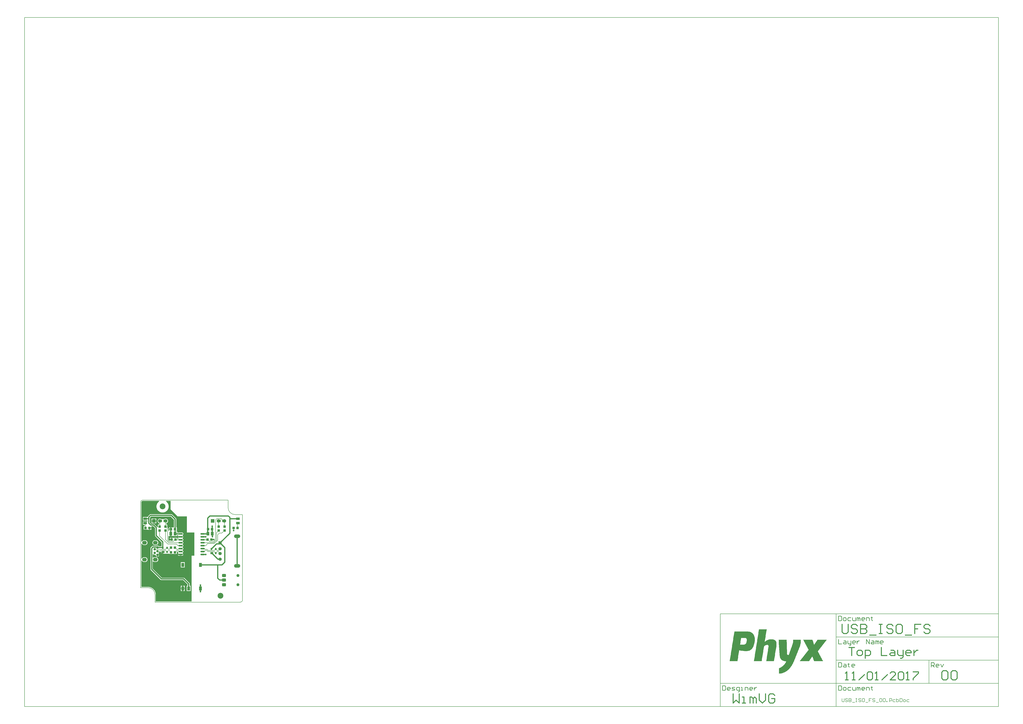
<source format=gtl>
G04 Layer_Physical_Order=1*
G04 Layer_Color=48896*
%FSLAX25Y25*%
%MOIN*%
G70*
G01*
G75*
%ADD10O,0.07480X0.02362*%
%ADD11R,0.05906X0.03937*%
%ADD12R,0.04331X0.03937*%
%ADD13R,0.03937X0.04331*%
%ADD14R,0.05118X0.05906*%
%ADD15R,0.03150X0.03543*%
%ADD16R,0.04724X0.03543*%
%ADD17R,0.04724X0.07087*%
%ADD18C,0.00787*%
%ADD19C,0.01969*%
%ADD20C,0.01575*%
%ADD21C,0.00591*%
%ADD22C,0.00984*%
%ADD23C,0.09843*%
%ADD24R,0.05906X0.05906*%
%ADD25C,0.05906*%
%ADD26O,0.04000X0.04331*%
%ADD27O,0.08000X0.06000*%
%ADD28O,0.10630X0.05906*%
%ADD29C,0.05591*%
%ADD30R,0.05591X0.05591*%
%ADD31C,0.05118*%
G04:AMPARAMS|DCode=32|XSize=66.93mil|YSize=55.12mil|CornerRadius=13.78mil|HoleSize=0mil|Usage=FLASHONLY|Rotation=180.000|XOffset=0mil|YOffset=0mil|HoleType=Round|Shape=RoundedRectangle|*
%AMROUNDEDRECTD32*
21,1,0.06693,0.02756,0,0,180.0*
21,1,0.03937,0.05512,0,0,180.0*
1,1,0.02756,-0.01969,0.01378*
1,1,0.02756,0.01969,0.01378*
1,1,0.02756,0.01969,-0.01378*
1,1,0.02756,-0.01969,-0.01378*
%
%ADD32ROUNDEDRECTD32*%
%ADD33C,0.02756*%
G36*
X-82677Y85332D02*
X-55300D01*
X-55056Y84865D01*
X-55003Y84348D01*
X-55289Y84151D01*
X-55719Y83822D01*
X-56130Y83470D01*
X-56523Y83098D01*
X-56895Y82705D01*
X-57247Y82293D01*
X-57576Y81864D01*
X-57883Y81418D01*
X-58166Y80957D01*
X-58424Y80481D01*
X-58657Y79992D01*
X-58864Y79492D01*
X-59045Y78982D01*
X-59198Y78463D01*
X-59325Y77937D01*
X-59424Y77405D01*
X-59494Y76868D01*
X-59537Y76328D01*
X-59551Y75787D01*
X-59537Y75246D01*
X-59494Y74707D01*
X-59424Y74170D01*
X-59325Y73638D01*
X-59198Y73112D01*
X-59045Y72593D01*
X-58864Y72083D01*
X-58657Y71583D01*
X-58424Y71094D01*
X-58166Y70618D01*
X-57883Y70157D01*
X-57576Y69711D01*
X-57247Y69281D01*
X-56895Y68870D01*
X-56523Y68477D01*
X-56130Y68105D01*
X-55719Y67753D01*
X-55289Y67424D01*
X-54843Y67117D01*
X-54382Y66834D01*
X-53906Y66576D01*
X-53417Y66343D01*
X-52917Y66136D01*
X-52407Y65955D01*
X-51888Y65802D01*
X-51362Y65675D01*
X-50830Y65576D01*
X-50293Y65506D01*
X-49754Y65463D01*
X-49213Y65449D01*
X-48672Y65463D01*
X-48132Y65506D01*
X-47595Y65576D01*
X-47063Y65675D01*
X-46537Y65802D01*
X-46018Y65955D01*
X-45508Y66136D01*
X-45008Y66343D01*
X-44519Y66576D01*
X-44043Y66834D01*
X-43582Y67117D01*
X-43136Y67424D01*
X-42707Y67753D01*
X-42295Y68105D01*
X-41902Y68477D01*
X-41530Y68870D01*
X-41178Y69281D01*
X-40849Y69711D01*
X-40542Y70157D01*
X-40260Y70618D01*
X-40001Y71094D01*
X-39768Y71583D01*
X-39561Y72083D01*
X-39380Y72593D01*
X-39227Y73112D01*
X-39100Y73638D01*
X-39002Y74170D01*
X-38931Y74707D01*
X-38889Y75246D01*
X-38874Y75787D01*
X-38889Y76328D01*
X-38931Y76868D01*
X-39002Y77405D01*
X-39100Y77937D01*
X-39227Y78463D01*
X-39380Y78982D01*
X-39561Y79492D01*
X-39768Y79992D01*
X-40001Y80481D01*
X-40260Y80957D01*
X-40542Y81418D01*
X-40849Y81864D01*
X-41178Y82293D01*
X-41530Y82705D01*
X-41902Y83098D01*
X-42295Y83470D01*
X-42707Y83822D01*
X-43136Y84151D01*
X-43422Y84348D01*
X-43369Y84865D01*
X-43125Y85332D01*
X-35433D01*
X-35433Y70866D01*
X-23622Y59055D01*
X-7874D01*
Y31496D01*
X4921Y31496D01*
Y-7874D01*
X0Y-7874D01*
Y-85332D01*
X-60726D01*
Y-73819D01*
X-60725D01*
X-60739Y-73214D01*
X-60781Y-72611D01*
X-60850Y-72010D01*
X-60948Y-71413D01*
X-61073Y-70821D01*
X-61225Y-70236D01*
X-61404Y-69658D01*
X-61609Y-69089D01*
X-61841Y-68530D01*
X-62098Y-67982D01*
X-62380Y-67447D01*
X-62686Y-66926D01*
X-63016Y-66419D01*
X-63370Y-65928D01*
X-63745Y-65454D01*
X-64142Y-64998D01*
X-64560Y-64560D01*
X-64998Y-64142D01*
X-65454Y-63745D01*
X-65928Y-63370D01*
X-66419Y-63016D01*
X-66926Y-62686D01*
X-67447Y-62380D01*
X-67982Y-62098D01*
X-68530Y-61841D01*
X-69089Y-61609D01*
X-69658Y-61404D01*
X-70236Y-61225D01*
X-70821Y-61073D01*
X-71413Y-60948D01*
X-72010Y-60850D01*
X-72611Y-60781D01*
X-73214Y-60739D01*
X-73819Y-60725D01*
Y-60726D01*
X-85332D01*
Y-16230D01*
X-84348Y-16034D01*
X-84339Y-16056D01*
X-84178Y-16364D01*
X-83991Y-16657D01*
X-83779Y-16933D01*
X-83544Y-17190D01*
X-83288Y-17425D01*
X-83012Y-17637D01*
X-82718Y-17824D01*
X-82410Y-17985D01*
X-82088Y-18118D01*
X-81757Y-18222D01*
X-81417Y-18297D01*
X-81072Y-18343D01*
X-80724Y-18358D01*
X-78724D01*
X-78377Y-18343D01*
X-78032Y-18297D01*
X-77692Y-18222D01*
X-77360Y-18118D01*
X-77039Y-17985D01*
X-76730Y-17824D01*
X-76437Y-17637D01*
X-76161Y-17425D01*
X-75904Y-17190D01*
X-75669Y-16933D01*
X-75458Y-16657D01*
X-75271Y-16364D01*
X-75110Y-16056D01*
X-74977Y-15734D01*
X-74872Y-15402D01*
X-74797Y-15063D01*
X-74752Y-14718D01*
X-74736Y-14370D01*
X-74752Y-14022D01*
X-74797Y-13678D01*
X-74872Y-13338D01*
X-74977Y-13006D01*
X-75110Y-12685D01*
X-75271Y-12376D01*
X-75458Y-12083D01*
X-75669Y-11807D01*
X-75904Y-11550D01*
X-76161Y-11315D01*
X-76437Y-11103D01*
X-76730Y-10916D01*
X-77039Y-10756D01*
X-77360Y-10622D01*
X-77692Y-10518D01*
X-78032Y-10443D01*
X-78377Y-10397D01*
X-78724Y-10382D01*
X-80724D01*
X-81072Y-10397D01*
X-81417Y-10443D01*
X-81757Y-10518D01*
X-82088Y-10622D01*
X-82410Y-10756D01*
X-82718Y-10916D01*
X-83012Y-11103D01*
X-83288Y-11315D01*
X-83544Y-11550D01*
X-83779Y-11807D01*
X-83991Y-12083D01*
X-84178Y-12376D01*
X-84339Y-12685D01*
X-84348Y-12706D01*
X-85332Y-12510D01*
Y12510D01*
X-84348Y12706D01*
X-84339Y12685D01*
X-84178Y12376D01*
X-83991Y12083D01*
X-83779Y11807D01*
X-83544Y11550D01*
X-83288Y11315D01*
X-83012Y11103D01*
X-82718Y10916D01*
X-82410Y10756D01*
X-82088Y10622D01*
X-81757Y10518D01*
X-81417Y10443D01*
X-81072Y10397D01*
X-80724Y10382D01*
X-78724D01*
X-78377Y10397D01*
X-78032Y10443D01*
X-77692Y10518D01*
X-77360Y10622D01*
X-77039Y10756D01*
X-76730Y10916D01*
X-76437Y11103D01*
X-76161Y11315D01*
X-75904Y11550D01*
X-75669Y11807D01*
X-75458Y12083D01*
X-75271Y12376D01*
X-75110Y12685D01*
X-74977Y13006D01*
X-74872Y13338D01*
X-74797Y13678D01*
X-74752Y14022D01*
X-74736Y14370D01*
X-74752Y14718D01*
X-74797Y15063D01*
X-74872Y15402D01*
X-74977Y15734D01*
X-75110Y16056D01*
X-75271Y16364D01*
X-75458Y16657D01*
X-75669Y16933D01*
X-75904Y17190D01*
X-76161Y17425D01*
X-76437Y17637D01*
X-76730Y17824D01*
X-77039Y17985D01*
X-77360Y18118D01*
X-77692Y18222D01*
X-78032Y18297D01*
X-78377Y18343D01*
X-78724Y18358D01*
X-80724D01*
X-81072Y18343D01*
X-81417Y18297D01*
X-81757Y18222D01*
X-82088Y18118D01*
X-82410Y17985D01*
X-82718Y17824D01*
X-83012Y17637D01*
X-83288Y17425D01*
X-83544Y17190D01*
X-83779Y16933D01*
X-83991Y16657D01*
X-84178Y16364D01*
X-84339Y16056D01*
X-84348Y16034D01*
X-85332Y16230D01*
Y82677D01*
X-85333Y82695D01*
X-85321Y82938D01*
X-85283Y83196D01*
X-85220Y83448D01*
X-85132Y83694D01*
X-85020Y83930D01*
X-84886Y84153D01*
X-84731Y84363D01*
X-84556Y84556D01*
X-84363Y84731D01*
X-84153Y84886D01*
X-83930Y85020D01*
X-83694Y85132D01*
X-83448Y85220D01*
X-83196Y85283D01*
X-82938Y85321D01*
X-82695Y85333D01*
X-82677Y85332D01*
D02*
G37*
%LPC*%
G36*
X-19201Y-6189D02*
X-23386D01*
X-23322Y-6410D01*
X-23228Y-6637D01*
X-23110Y-6851D01*
X-22968Y-7051D01*
X-22805Y-7234D01*
X-22622Y-7397D01*
X-22422Y-7539D01*
X-22208Y-7657D01*
X-21981Y-7751D01*
X-21746Y-7819D01*
X-21504Y-7860D01*
X-21260Y-7874D01*
X-19201D01*
Y-6189D01*
D02*
G37*
G36*
X-54891Y-6799D02*
X-57374D01*
Y-9423D01*
X-57288Y-9410D01*
X-57002Y-9339D01*
X-56725Y-9240D01*
X-56458Y-9114D01*
X-56205Y-8962D01*
X-55968Y-8786D01*
X-55750Y-8588D01*
X-55552Y-8370D01*
X-55377Y-8133D01*
X-55225Y-7880D01*
X-55099Y-7614D01*
X-55000Y-7337D01*
X-54928Y-7051D01*
X-54891Y-6799D01*
D02*
G37*
G36*
X-48728Y-2075D02*
X-51591D01*
Y-4346D01*
X-48728D01*
Y-2075D01*
D02*
G37*
G36*
X-14016Y-6189D02*
X-18201D01*
Y-7874D01*
X-16142D01*
X-15897Y-7860D01*
X-15656Y-7819D01*
X-15420Y-7751D01*
X-15194Y-7657D01*
X-14979Y-7539D01*
X-14780Y-7397D01*
X-14597Y-7234D01*
X-14434Y-7051D01*
X-14292Y-6851D01*
X-14174Y-6637D01*
X-14080Y-6410D01*
X-14016Y-6189D01*
D02*
G37*
G36*
X-11638Y-63807D02*
X-14500D01*
Y-67850D01*
X-11638D01*
Y-63807D01*
D02*
G37*
G36*
X-15500D02*
X-18362D01*
Y-67850D01*
X-15500D01*
Y-63807D01*
D02*
G37*
G36*
Y-58764D02*
X-18362D01*
Y-62807D01*
X-15500D01*
Y-58764D01*
D02*
G37*
G36*
X-11654Y-18779D02*
X-18346D01*
Y-27835D01*
X-11654D01*
Y-18779D01*
D02*
G37*
G36*
X-11638Y-58764D02*
X-14500D01*
Y-62807D01*
X-11638D01*
Y-58764D01*
D02*
G37*
G36*
X-34252Y62602D02*
X-69685D01*
X-69906Y62589D01*
X-70124Y62552D01*
X-70336Y62491D01*
X-70540Y62406D01*
X-70734Y62299D01*
X-70914Y62171D01*
X-71079Y62024D01*
X-73835Y59268D01*
X-73982Y59103D01*
X-74110Y58923D01*
X-74217Y58729D01*
X-74258Y58632D01*
X-74803Y57874D01*
X-82677D01*
Y51968D01*
X-74954D01*
X-74509Y51181D01*
X-74954Y50394D01*
X-75397Y50394D01*
X-82677D01*
Y44488D01*
X-79530D01*
Y42323D01*
X-81299D01*
Y36418D01*
X-75599D01*
X-74622Y36402D01*
X-74022Y36402D01*
X-71956D01*
Y39370D01*
X-71456D01*
Y39870D01*
X-68291D01*
Y42123D01*
X-64990D01*
X-61814Y38947D01*
Y26378D01*
X-61802Y26157D01*
X-61765Y25939D01*
X-61703Y25727D01*
X-61619Y25523D01*
X-61512Y25329D01*
X-61384Y25149D01*
X-61237Y24984D01*
X-50987Y14734D01*
Y8271D01*
X-55498D01*
X-55564Y8360D01*
X-55761Y8577D01*
X-55979Y8774D01*
X-56214Y8949D01*
X-56466Y9100D01*
X-56731Y9225D01*
X-57007Y9324D01*
X-57291Y9395D01*
X-57581Y9438D01*
X-57874Y9452D01*
X-58167Y9438D01*
X-58457Y9395D01*
X-58741Y9324D01*
X-59017Y9225D01*
X-59282Y9100D01*
X-59534Y8949D01*
X-59652Y8861D01*
X-65551D01*
X-65772Y8849D01*
X-65990Y8812D01*
X-66202Y8751D01*
X-66407Y8666D01*
X-66600Y8559D01*
X-66780Y8431D01*
X-66945Y8284D01*
X-69111Y6118D01*
X-69258Y5954D01*
X-69386Y5773D01*
X-69493Y5580D01*
X-69577Y5376D01*
X-69639Y5163D01*
X-69676Y4945D01*
X-69688Y4724D01*
Y-30709D01*
X-69676Y-30929D01*
X-69639Y-31147D01*
X-69577Y-31360D01*
X-69493Y-31564D01*
X-69386Y-31758D01*
X-69258Y-31938D01*
X-69111Y-32103D01*
X-52575Y-48638D01*
X-52410Y-48786D01*
X-52230Y-48913D01*
X-52037Y-49020D01*
X-51832Y-49105D01*
X-51620Y-49166D01*
X-51402Y-49203D01*
X-51181Y-49216D01*
X-14202D01*
X-6972Y-56447D01*
Y-58780D01*
X-8347D01*
Y-67835D01*
X-1654D01*
Y-58780D01*
X-3028D01*
Y-55630D01*
X-3041Y-55409D01*
X-3078Y-55191D01*
X-3139Y-54979D01*
X-3224Y-54774D01*
X-3331Y-54581D01*
X-3458Y-54401D01*
X-3606Y-54236D01*
X-11992Y-45850D01*
X-12157Y-45703D01*
X-12337Y-45575D01*
X-12530Y-45468D01*
X-12735Y-45383D01*
X-12947Y-45322D01*
X-13165Y-45285D01*
X-13386Y-45272D01*
X-50364D01*
X-65745Y-29892D01*
Y-18060D01*
X-65465Y-17828D01*
X-64761Y-17594D01*
X-64705Y-17637D01*
X-64411Y-17824D01*
X-64103Y-17985D01*
X-63781Y-18118D01*
X-63450Y-18222D01*
X-63110Y-18297D01*
X-62765Y-18343D01*
X-62417Y-18358D01*
X-60417D01*
X-60070Y-18343D01*
X-59725Y-18297D01*
X-59385Y-18222D01*
X-59053Y-18118D01*
X-58732Y-17985D01*
X-58423Y-17824D01*
X-58130Y-17637D01*
X-57854Y-17425D01*
X-57597Y-17190D01*
X-57362Y-16933D01*
X-57151Y-16657D01*
X-56964Y-16364D01*
X-56803Y-16056D01*
X-56670Y-15734D01*
X-56565Y-15402D01*
X-56490Y-15063D01*
X-56445Y-14718D01*
X-56429Y-14370D01*
X-56445Y-14022D01*
X-56490Y-13678D01*
X-56565Y-13338D01*
X-56670Y-13006D01*
X-56803Y-12685D01*
X-56964Y-12376D01*
X-57151Y-12083D01*
X-57362Y-11807D01*
X-57597Y-11550D01*
X-57854Y-11315D01*
X-58130Y-11103D01*
X-58423Y-10916D01*
X-58732Y-10756D01*
X-59053Y-10622D01*
X-59385Y-10518D01*
X-59725Y-10443D01*
X-60070Y-10397D01*
X-60417Y-10382D01*
X-62417D01*
X-62765Y-10397D01*
X-63110Y-10443D01*
X-63450Y-10518D01*
X-63781Y-10622D01*
X-64103Y-10756D01*
X-64411Y-10916D01*
X-64705Y-11103D01*
X-64761Y-11146D01*
X-65465Y-10913D01*
X-65745Y-10680D01*
Y-5734D01*
X-65360Y-5493D01*
X-64761Y-5373D01*
X-64711Y-5428D01*
X-64494Y-5625D01*
X-64258Y-5799D01*
X-64007Y-5950D01*
X-63742Y-6075D01*
X-63466Y-6174D01*
X-63181Y-6245D01*
X-62891Y-6288D01*
X-62598Y-6303D01*
X-62306Y-6288D01*
X-62015Y-6245D01*
X-61862Y-6207D01*
X-61568Y-6284D01*
X-61010Y-6660D01*
X-60846Y-6876D01*
X-60820Y-7051D01*
X-60748Y-7337D01*
X-60649Y-7614D01*
X-60523Y-7880D01*
X-60371Y-8133D01*
X-60196Y-8370D01*
X-59998Y-8588D01*
X-59780Y-8786D01*
X-59543Y-8962D01*
X-59290Y-9114D01*
X-59023Y-9240D01*
X-58746Y-9339D01*
X-58460Y-9410D01*
X-58374Y-9423D01*
Y-6299D01*
X-57874D01*
Y-5799D01*
X-54891D01*
X-54928Y-5548D01*
X-55000Y-5262D01*
X-55099Y-4984D01*
X-55225Y-4718D01*
X-55377Y-4465D01*
X-55552Y-4228D01*
X-55750Y-4010D01*
X-55968Y-3812D01*
X-56099Y-3716D01*
X-56171Y-3534D01*
X-56209Y-3206D01*
X-56210Y-3078D01*
X-56176Y-2761D01*
X-56100Y-2565D01*
X-55979Y-2475D01*
X-55761Y-2278D01*
X-55564Y-2061D01*
X-55390Y-1825D01*
X-55239Y-1574D01*
X-55148Y-1381D01*
X-53740D01*
X-53560Y-1369D01*
X-53383Y-1334D01*
X-53212Y-1276D01*
X-53050Y-1196D01*
X-52899Y-1096D01*
X-52764Y-976D01*
X-52575Y-788D01*
X-51881Y-1075D01*
X-48228D01*
Y-1575D01*
X-47728D01*
Y-4346D01*
X-44866D01*
Y-4346D01*
X-44864Y-4346D01*
X-43888Y-4331D01*
X-38976D01*
Y-4331D01*
X-37992Y-4332D01*
Y-4922D01*
X-32284D01*
X-31693Y-4922D01*
X-30709Y-4922D01*
X-25000D01*
Y-865D01*
X-24249Y-231D01*
X-23429Y-689D01*
X-23415Y-932D01*
X-23374Y-1172D01*
X-23307Y-1405D01*
X-23214Y-1630D01*
X-23096Y-1843D01*
X-22955Y-2041D01*
X-22793Y-2222D01*
X-22612Y-2385D01*
X-22414Y-2525D01*
X-22201Y-2643D01*
X-22168Y-2657D01*
X-22066Y-3187D01*
X-22169Y-3705D01*
X-22208Y-3721D01*
X-22422Y-3839D01*
X-22622Y-3981D01*
X-22805Y-4144D01*
X-22968Y-4327D01*
X-23110Y-4527D01*
X-23228Y-4741D01*
X-23322Y-4967D01*
X-23386Y-5189D01*
X-18701D01*
X-14016D01*
X-14080Y-4967D01*
X-14174Y-4741D01*
X-14292Y-4527D01*
X-14434Y-4327D01*
X-14597Y-4144D01*
X-14780Y-3981D01*
X-14979Y-3839D01*
X-15194Y-3721D01*
X-15233Y-3705D01*
X-15336Y-3187D01*
X-15234Y-2657D01*
X-15201Y-2643D01*
X-14988Y-2525D01*
X-14789Y-2385D01*
X-14608Y-2222D01*
X-14446Y-2041D01*
X-14305Y-1843D01*
X-14188Y-1630D01*
X-14095Y-1405D01*
X-14027Y-1172D01*
X-13987Y-932D01*
X-13973Y-689D01*
X-13987Y-446D01*
X-14027Y-206D01*
X-14095Y27D01*
X-14188Y252D01*
X-14305Y465D01*
X-14446Y663D01*
X-14608Y845D01*
X-14789Y1007D01*
X-14988Y1147D01*
X-15201Y1265D01*
X-15257Y1288D01*
X-15347Y1811D01*
X-15257Y2334D01*
X-15201Y2357D01*
X-14988Y2475D01*
X-14789Y2615D01*
X-14608Y2778D01*
X-14446Y2959D01*
X-14305Y3157D01*
X-14188Y3370D01*
X-14095Y3595D01*
X-14027Y3828D01*
X-13987Y4068D01*
X-13973Y4311D01*
X-13987Y4554D01*
X-14027Y4794D01*
X-14095Y5027D01*
X-14188Y5252D01*
X-14305Y5465D01*
X-14446Y5663D01*
X-14608Y5845D01*
X-14789Y6007D01*
X-14988Y6147D01*
X-15201Y6265D01*
X-15257Y6288D01*
X-15347Y6811D01*
X-15257Y7334D01*
X-15201Y7357D01*
X-14988Y7475D01*
X-14789Y7615D01*
X-14608Y7778D01*
X-14446Y7959D01*
X-14305Y8157D01*
X-14188Y8370D01*
X-14095Y8595D01*
X-14027Y8828D01*
X-13987Y9068D01*
X-13973Y9311D01*
X-13987Y9554D01*
X-14027Y9794D01*
X-14095Y10027D01*
X-14188Y10252D01*
X-14305Y10465D01*
X-14446Y10663D01*
X-14608Y10845D01*
X-14789Y11007D01*
X-14988Y11147D01*
X-15201Y11265D01*
X-15257Y11288D01*
X-15347Y11811D01*
X-15257Y12334D01*
X-15201Y12357D01*
X-14988Y12475D01*
X-14789Y12615D01*
X-14608Y12777D01*
X-14446Y12959D01*
X-14305Y13157D01*
X-14188Y13370D01*
X-14095Y13595D01*
X-14027Y13828D01*
X-13987Y14068D01*
X-13973Y14311D01*
X-13987Y14554D01*
X-14027Y14794D01*
X-14095Y15027D01*
X-14188Y15252D01*
X-14305Y15465D01*
X-14446Y15663D01*
X-14608Y15845D01*
X-14789Y16007D01*
X-14988Y16147D01*
X-15201Y16265D01*
X-15257Y16288D01*
X-15347Y16811D01*
X-15257Y17334D01*
X-15201Y17357D01*
X-14988Y17475D01*
X-14789Y17615D01*
X-14608Y17777D01*
X-14446Y17959D01*
X-14305Y18157D01*
X-14188Y18370D01*
X-14095Y18595D01*
X-14027Y18828D01*
X-13987Y19068D01*
X-13973Y19311D01*
X-13987Y19554D01*
X-14027Y19794D01*
X-14095Y20027D01*
X-14188Y20252D01*
X-14305Y20465D01*
X-14446Y20663D01*
X-14608Y20845D01*
X-14789Y21007D01*
X-14988Y21147D01*
X-15201Y21265D01*
X-15234Y21279D01*
X-15336Y21809D01*
X-15233Y22327D01*
X-15194Y22343D01*
X-14979Y22461D01*
X-14780Y22603D01*
X-14597Y22766D01*
X-14434Y22949D01*
X-14292Y23149D01*
X-14174Y23363D01*
X-14080Y23589D01*
X-14016Y23811D01*
X-18701D01*
X-23386D01*
X-23322Y23589D01*
X-23228Y23363D01*
X-23110Y23149D01*
X-22968Y22949D01*
X-22805Y22766D01*
X-22622Y22603D01*
X-22422Y22461D01*
X-22208Y22343D01*
X-22169Y22327D01*
X-22066Y21809D01*
X-22168Y21279D01*
X-22201Y21265D01*
X-22414Y21147D01*
X-22612Y21007D01*
X-22793Y20845D01*
X-22930Y20692D01*
X-24015D01*
Y22638D01*
X-29715D01*
X-30692Y22654D01*
X-30693Y22654D01*
Y22654D01*
X-33358D01*
Y19685D01*
X-33858D01*
Y19185D01*
X-37023D01*
Y17523D01*
X-38011D01*
X-39170Y18682D01*
Y24746D01*
X-38795Y25575D01*
X-38186Y25575D01*
X-35736D01*
Y29528D01*
X-34736D01*
Y25575D01*
X-32277D01*
X-31677Y25575D01*
X-30700Y25591D01*
X-24213D01*
Y27339D01*
X-22813D01*
X-22681Y27141D01*
X-22422Y26161D01*
X-22622Y26019D01*
X-22805Y25856D01*
X-22968Y25673D01*
X-23110Y25473D01*
X-23228Y25259D01*
X-23322Y25032D01*
X-23386Y24811D01*
X-18701D01*
X-14016D01*
X-14080Y25032D01*
X-14174Y25259D01*
X-14292Y25473D01*
X-14434Y25673D01*
X-14597Y25856D01*
X-14780Y26019D01*
X-14979Y26161D01*
X-15194Y26279D01*
X-15233Y26295D01*
X-15336Y26813D01*
X-15234Y27343D01*
X-15201Y27357D01*
X-14988Y27475D01*
X-14789Y27615D01*
X-14608Y27777D01*
X-14446Y27959D01*
X-14305Y28157D01*
X-14188Y28370D01*
X-14095Y28595D01*
X-14027Y28828D01*
X-13987Y29068D01*
X-13973Y29311D01*
X-13987Y29554D01*
X-14027Y29794D01*
X-14095Y30027D01*
X-14188Y30252D01*
X-14305Y30465D01*
X-14446Y30663D01*
X-14608Y30845D01*
X-14789Y31007D01*
X-14988Y31147D01*
X-15201Y31265D01*
X-15425Y31358D01*
X-15659Y31425D01*
X-15899Y31466D01*
X-16142Y31480D01*
X-21260D01*
X-21503Y31466D01*
X-21742Y31425D01*
X-21976Y31358D01*
X-22158Y31283D01*
X-24213D01*
Y33465D01*
X-25784D01*
Y34449D01*
X-25000D01*
Y40355D01*
X-25784D01*
Y54134D01*
X-25797Y54355D01*
X-25834Y54573D01*
X-25895Y54785D01*
X-25980Y54989D01*
X-26087Y55183D01*
X-26214Y55363D01*
X-26362Y55528D01*
X-32858Y62024D01*
X-33023Y62171D01*
X-33203Y62299D01*
X-33397Y62406D01*
X-33601Y62491D01*
X-33813Y62552D01*
X-34031Y62589D01*
X-34252Y62602D01*
D02*
G37*
G36*
X-68291Y38870D02*
X-70956D01*
Y36402D01*
X-68291D01*
Y38870D01*
D02*
G37*
G36*
X-60417Y18358D02*
X-62417D01*
X-62765Y18343D01*
X-63110Y18297D01*
X-63450Y18222D01*
X-63781Y18118D01*
X-64103Y17985D01*
X-64411Y17824D01*
X-64705Y17637D01*
X-64981Y17425D01*
X-65237Y17190D01*
X-65472Y16933D01*
X-65684Y16657D01*
X-65871Y16364D01*
X-66032Y16056D01*
X-66165Y15734D01*
X-66269Y15402D01*
X-66345Y15063D01*
X-66390Y14718D01*
X-66405Y14370D01*
X-66390Y14022D01*
X-66345Y13678D01*
X-66269Y13338D01*
X-66165Y13006D01*
X-66032Y12685D01*
X-65871Y12376D01*
X-65684Y12083D01*
X-65472Y11807D01*
X-65237Y11550D01*
X-64981Y11315D01*
X-64705Y11103D01*
X-64411Y10916D01*
X-64103Y10756D01*
X-63781Y10622D01*
X-63450Y10518D01*
X-63110Y10443D01*
X-62765Y10397D01*
X-62417Y10382D01*
X-60417D01*
X-60070Y10397D01*
X-59725Y10443D01*
X-59385Y10518D01*
X-59053Y10622D01*
X-58732Y10756D01*
X-58423Y10916D01*
X-58130Y11103D01*
X-57854Y11315D01*
X-57597Y11550D01*
X-57362Y11807D01*
X-57151Y12083D01*
X-56964Y12376D01*
X-56803Y12685D01*
X-56670Y13006D01*
X-56565Y13338D01*
X-56490Y13678D01*
X-56445Y14022D01*
X-56429Y14370D01*
X-56445Y14718D01*
X-56490Y15063D01*
X-56565Y15402D01*
X-56670Y15734D01*
X-56803Y16056D01*
X-56964Y16364D01*
X-57151Y16657D01*
X-57362Y16933D01*
X-57597Y17190D01*
X-57854Y17425D01*
X-58130Y17637D01*
X-58423Y17824D01*
X-58732Y17985D01*
X-59053Y18118D01*
X-59385Y18222D01*
X-59725Y18297D01*
X-60070Y18343D01*
X-60417Y18358D01*
D02*
G37*
G36*
X-34358Y22654D02*
X-37023D01*
Y20185D01*
X-34358D01*
Y22654D01*
D02*
G37*
%LPD*%
G36*
X-29728Y53317D02*
Y40370D01*
X-30712Y40355D01*
X-31677Y40370D01*
X-32277Y40370D01*
X-34342D01*
Y37402D01*
X-34842D01*
Y36902D01*
X-38008D01*
Y34465D01*
X-38008Y34433D01*
X-38028Y34173D01*
X-38259Y34132D01*
X-39170Y34972D01*
Y37992D01*
X-39182Y38172D01*
X-39217Y38350D01*
X-39275Y38521D01*
X-39355Y38683D01*
X-39456Y38833D01*
X-39575Y38969D01*
X-41339Y40733D01*
Y44882D01*
X-42399D01*
Y47492D01*
X-42114Y47610D01*
X-41809Y47768D01*
X-41519Y47953D01*
X-41247Y48162D01*
X-40993Y48395D01*
X-40761Y48648D01*
X-40551Y48921D01*
X-40367Y49211D01*
X-40208Y49516D01*
X-40077Y49833D01*
X-39973Y50161D01*
X-39899Y50497D01*
X-39854Y50838D01*
X-39839Y51181D01*
X-39854Y51525D01*
X-39899Y51865D01*
X-39973Y52201D01*
X-40077Y52529D01*
X-40208Y52846D01*
X-40367Y53152D01*
X-40551Y53441D01*
X-40761Y53714D01*
X-40993Y53968D01*
X-41247Y54200D01*
X-41519Y54409D01*
X-41809Y54594D01*
X-42114Y54753D01*
X-42432Y54884D01*
X-42760Y54988D01*
X-43095Y55062D01*
X-43436Y55107D01*
X-43780Y55122D01*
X-44123Y55107D01*
X-44464Y55062D01*
X-44800Y54988D01*
X-45127Y54884D01*
X-45445Y54753D01*
X-45750Y54594D01*
X-46040Y54409D01*
X-46313Y54200D01*
X-46385Y54133D01*
X-48622Y54133D01*
X-49607Y54133D01*
X-51174D01*
X-51247Y54200D01*
X-51519Y54409D01*
X-51809Y54594D01*
X-52114Y54753D01*
X-52432Y54884D01*
X-52760Y54988D01*
X-53095Y55062D01*
X-53436Y55107D01*
X-53780Y55122D01*
X-54123Y55107D01*
X-54464Y55062D01*
X-54799Y54988D01*
X-55127Y54884D01*
X-55445Y54753D01*
X-55750Y54594D01*
X-56040Y54409D01*
X-56313Y54200D01*
X-56566Y53968D01*
X-56798Y53714D01*
X-57008Y53441D01*
X-57192Y53152D01*
X-57351Y52846D01*
X-57483Y52529D01*
X-57586Y52201D01*
X-57661Y51865D01*
X-57705Y51525D01*
X-57720Y51181D01*
X-57705Y50838D01*
X-57661Y50497D01*
X-57586Y50161D01*
X-57483Y49833D01*
X-57351Y49516D01*
X-57192Y49211D01*
X-57008Y48921D01*
X-56798Y48648D01*
X-56566Y48395D01*
X-56313Y48162D01*
X-56040Y47953D01*
X-55750Y47768D01*
X-55445Y47610D01*
X-55160Y47492D01*
Y44882D01*
X-57087D01*
Y40827D01*
X-58066Y40619D01*
X-58173Y40813D01*
X-58301Y40993D01*
X-58448Y41158D01*
X-62779Y45489D01*
X-62944Y45636D01*
X-63124Y45764D01*
X-63318Y45871D01*
X-63522Y45956D01*
X-63735Y46017D01*
X-63952Y46054D01*
X-64173Y46066D01*
X-68475D01*
X-70469Y48061D01*
Y55118D01*
Y57057D01*
X-68868Y58658D01*
X-35069D01*
X-29728Y53317D01*
D02*
G37*
%LPC*%
G36*
X-64280Y55134D02*
X-67732D01*
Y51681D01*
X-64280D01*
Y55134D01*
D02*
G37*
G36*
X-59827D02*
X-63280D01*
Y51681D01*
X-59827D01*
Y55134D01*
D02*
G37*
G36*
Y50681D02*
X-63280D01*
Y47228D01*
X-59827D01*
Y50681D01*
D02*
G37*
G36*
X-35342Y40370D02*
X-38008D01*
Y37902D01*
X-35342D01*
Y40370D01*
D02*
G37*
G36*
X-64280Y50681D02*
X-67732D01*
Y47228D01*
X-64280D01*
Y50681D01*
D02*
G37*
%LPD*%
G36*
X1034465Y-150646D02*
Y-150933D01*
Y-151219D01*
Y-151505D01*
Y-151791D01*
Y-152078D01*
Y-152364D01*
Y-152650D01*
Y-152937D01*
Y-153223D01*
Y-153509D01*
Y-153796D01*
Y-154082D01*
Y-154368D01*
Y-154655D01*
Y-154941D01*
Y-155227D01*
Y-155514D01*
Y-155800D01*
Y-156086D01*
Y-156372D01*
X1034179D01*
Y-156659D01*
Y-156945D01*
Y-157231D01*
Y-157518D01*
Y-157804D01*
X1033893D01*
Y-158090D01*
Y-158377D01*
Y-158663D01*
Y-158949D01*
X1033607D01*
Y-159236D01*
Y-159522D01*
Y-159808D01*
Y-160094D01*
X1033320D01*
Y-160381D01*
Y-160667D01*
Y-160953D01*
X1033034D01*
Y-161240D01*
Y-161526D01*
Y-161812D01*
X1032747D01*
Y-162099D01*
Y-162385D01*
Y-162671D01*
X1032461D01*
Y-162958D01*
Y-163244D01*
Y-163530D01*
X1032175D01*
Y-163816D01*
Y-164103D01*
X1031889D01*
Y-164389D01*
Y-164675D01*
X1031602D01*
Y-164962D01*
Y-165248D01*
Y-165534D01*
X1031316D01*
Y-165821D01*
Y-166107D01*
X1031030D01*
Y-166393D01*
Y-166680D01*
Y-166966D01*
X1030743D01*
Y-167252D01*
Y-167539D01*
X1030457D01*
Y-167825D01*
Y-168111D01*
Y-168398D01*
X1030171D01*
Y-168684D01*
Y-168970D01*
X1029884D01*
Y-169256D01*
Y-169543D01*
Y-169829D01*
X1029598D01*
Y-170115D01*
Y-170402D01*
X1029312D01*
Y-170688D01*
Y-170974D01*
Y-171261D01*
X1029025D01*
Y-171547D01*
Y-171833D01*
X1028739D01*
Y-172120D01*
Y-172406D01*
Y-172692D01*
X1028453D01*
Y-172978D01*
Y-173265D01*
X1028166D01*
Y-173551D01*
Y-173837D01*
Y-174124D01*
X1027880D01*
Y-174410D01*
Y-174696D01*
X1027594D01*
Y-174983D01*
Y-175269D01*
Y-175555D01*
X1027308D01*
Y-175842D01*
Y-176128D01*
X1027021D01*
Y-176414D01*
Y-176701D01*
Y-176987D01*
X1026735D01*
Y-177273D01*
Y-177560D01*
X1026449D01*
Y-177846D01*
Y-178132D01*
Y-178419D01*
X1026162D01*
Y-178705D01*
Y-178991D01*
X1025876D01*
Y-179277D01*
Y-179564D01*
Y-179850D01*
X1025590D01*
Y-180136D01*
Y-180423D01*
X1025303D01*
Y-180709D01*
Y-180995D01*
Y-181282D01*
X1025017D01*
Y-181568D01*
Y-181854D01*
X1024731D01*
Y-182141D01*
Y-182427D01*
Y-182713D01*
X1024444D01*
Y-183000D01*
Y-183286D01*
X1024158D01*
Y-183572D01*
Y-183858D01*
Y-184145D01*
X1023872D01*
Y-184431D01*
Y-184717D01*
X1023586D01*
Y-185004D01*
Y-185290D01*
Y-185576D01*
X1023299D01*
Y-185863D01*
Y-186149D01*
X1023013D01*
Y-186435D01*
Y-186722D01*
Y-187008D01*
X1022727D01*
Y-187294D01*
Y-187581D01*
X1022440D01*
Y-187867D01*
Y-188153D01*
X1022154D01*
Y-188439D01*
Y-188726D01*
X1021868D01*
Y-189012D01*
Y-189298D01*
Y-189585D01*
X1021581D01*
Y-189871D01*
X1021295D01*
Y-190157D01*
Y-190444D01*
Y-190730D01*
X1021009D01*
Y-191016D01*
X1020722D01*
Y-191303D01*
Y-191589D01*
X1020436D01*
Y-191875D01*
Y-192162D01*
X1020150D01*
Y-192448D01*
Y-192734D01*
X1019864D01*
Y-193020D01*
Y-193307D01*
X1019577D01*
Y-193593D01*
X1019291D01*
Y-193879D01*
Y-194166D01*
X1019005D01*
Y-194452D01*
Y-194738D01*
X1018718D01*
Y-195025D01*
X1018432D01*
Y-195311D01*
X1018146D01*
Y-195597D01*
Y-195884D01*
X1017859D01*
Y-196170D01*
X1017573D01*
Y-196456D01*
Y-196742D01*
X1017287D01*
Y-197029D01*
X1017000D01*
Y-197315D01*
X1016714D01*
Y-197601D01*
Y-197888D01*
X1016428D01*
Y-198174D01*
X1016141D01*
Y-198460D01*
X1015855D01*
Y-198747D01*
X1015569D01*
Y-199033D01*
X1015283D01*
Y-199319D01*
Y-199606D01*
X1014996D01*
Y-199892D01*
X1014710D01*
Y-200178D01*
X1014423D01*
Y-200465D01*
X1014137D01*
Y-200751D01*
X1013851D01*
Y-201037D01*
X1013565D01*
Y-201324D01*
X1013278D01*
Y-201610D01*
X1012706D01*
Y-201896D01*
X1012419D01*
Y-202183D01*
X1012133D01*
Y-202469D01*
X1011847D01*
Y-202755D01*
X1011560D01*
Y-203041D01*
X1010988D01*
Y-203328D01*
X1010701D01*
Y-203614D01*
X1010129D01*
Y-203900D01*
X1009842D01*
Y-204187D01*
X1009270D01*
Y-204473D01*
X1008984D01*
Y-204759D01*
X1008411D01*
Y-205046D01*
X1007838D01*
Y-205332D01*
X1007266D01*
Y-205618D01*
X1006693D01*
Y-205905D01*
X1006120D01*
Y-206191D01*
X1005262D01*
Y-206477D01*
X1004689D01*
Y-206764D01*
X1003830D01*
Y-207050D01*
X1002685D01*
Y-207336D01*
X1001539D01*
Y-207622D01*
X999822D01*
Y-207909D01*
X997817D01*
Y-208195D01*
X997531D01*
Y-207909D01*
Y-207622D01*
Y-207336D01*
Y-207050D01*
Y-206764D01*
Y-206477D01*
Y-206191D01*
Y-205905D01*
Y-205618D01*
Y-205332D01*
Y-205046D01*
Y-204759D01*
Y-204473D01*
Y-204187D01*
Y-203900D01*
Y-203614D01*
Y-203328D01*
Y-203041D01*
Y-202755D01*
Y-202469D01*
Y-202183D01*
Y-201896D01*
Y-201610D01*
Y-201324D01*
Y-201037D01*
Y-200751D01*
Y-200465D01*
Y-200178D01*
Y-199892D01*
Y-199606D01*
Y-199319D01*
Y-199033D01*
Y-198747D01*
X998104D01*
Y-198460D01*
X998676D01*
Y-198174D01*
X999249D01*
Y-197888D01*
X999822D01*
Y-197601D01*
X1000394D01*
Y-197315D01*
X1000967D01*
Y-197029D01*
X1001253D01*
Y-196742D01*
X1001826D01*
Y-196456D01*
X1002112D01*
Y-196170D01*
X1002685D01*
Y-195884D01*
X1002971D01*
Y-195597D01*
X1003257D01*
Y-195311D01*
X1003830D01*
Y-195025D01*
X1004116D01*
Y-194738D01*
X1004403D01*
Y-194452D01*
X1004689D01*
Y-194166D01*
X1004975D01*
Y-193879D01*
X1005262D01*
Y-193593D01*
X1005548D01*
Y-193307D01*
X1005834D01*
Y-193020D01*
X1006120D01*
Y-192734D01*
X1006407D01*
Y-192448D01*
X1006693D01*
Y-192162D01*
X1006979D01*
Y-191875D01*
Y-191589D01*
X1007266D01*
Y-191303D01*
X1007552D01*
Y-191016D01*
X1007838D01*
Y-190730D01*
Y-190444D01*
X1008125D01*
Y-190157D01*
X1008411D01*
Y-189871D01*
Y-189585D01*
X1008697D01*
Y-189298D01*
Y-189012D01*
X1008984D01*
Y-188726D01*
X1009270D01*
Y-188439D01*
Y-188153D01*
X1009556D01*
Y-187867D01*
Y-187581D01*
X1009842D01*
Y-187294D01*
Y-187008D01*
X1008125D01*
Y-186722D01*
X1006120D01*
Y-186435D01*
X1004975D01*
Y-186149D01*
X1004403D01*
Y-185863D01*
X1003544D01*
Y-185576D01*
X1002971D01*
Y-185290D01*
X1002685D01*
Y-185004D01*
X1002112D01*
Y-184717D01*
X1001826D01*
Y-184431D01*
X1001539D01*
Y-184145D01*
X1001253D01*
Y-183858D01*
X1000967D01*
Y-183572D01*
X1000681D01*
Y-183286D01*
Y-183000D01*
X1000394D01*
Y-182713D01*
X1000108D01*
Y-182427D01*
Y-182141D01*
X999822D01*
Y-181854D01*
Y-181568D01*
X999535D01*
Y-181282D01*
Y-180995D01*
X999249D01*
Y-180709D01*
Y-180423D01*
Y-180136D01*
X998963D01*
Y-179850D01*
Y-179564D01*
Y-179277D01*
Y-178991D01*
X998676D01*
Y-178705D01*
Y-178419D01*
Y-178132D01*
Y-177846D01*
Y-177560D01*
Y-177273D01*
Y-176987D01*
X998390D01*
Y-176701D01*
Y-176414D01*
Y-176128D01*
Y-175842D01*
Y-175555D01*
Y-175269D01*
Y-174983D01*
Y-174696D01*
Y-174410D01*
Y-174124D01*
Y-173837D01*
Y-173551D01*
Y-173265D01*
Y-172978D01*
Y-172692D01*
X998104D01*
Y-172406D01*
Y-172120D01*
Y-171833D01*
Y-171547D01*
Y-171261D01*
Y-170974D01*
Y-170688D01*
Y-170402D01*
Y-170115D01*
Y-169829D01*
Y-169543D01*
Y-169256D01*
Y-168970D01*
Y-168684D01*
Y-168398D01*
X997817D01*
Y-168111D01*
Y-167825D01*
Y-167539D01*
Y-167252D01*
Y-166966D01*
Y-166680D01*
Y-166393D01*
Y-166107D01*
Y-165821D01*
Y-165534D01*
Y-165248D01*
Y-164962D01*
Y-164675D01*
Y-164389D01*
Y-164103D01*
Y-163816D01*
X997531D01*
Y-163530D01*
Y-163244D01*
Y-162958D01*
Y-162671D01*
Y-162385D01*
Y-162099D01*
Y-161812D01*
Y-161526D01*
Y-161240D01*
Y-160953D01*
Y-160667D01*
Y-160381D01*
Y-160094D01*
Y-159808D01*
Y-159522D01*
Y-159236D01*
X997245D01*
Y-158949D01*
Y-158663D01*
Y-158377D01*
Y-158090D01*
Y-157804D01*
Y-157518D01*
Y-157231D01*
Y-156945D01*
Y-156659D01*
Y-156372D01*
Y-156086D01*
Y-155800D01*
Y-155514D01*
Y-155227D01*
X996958D01*
Y-154941D01*
Y-154655D01*
Y-154368D01*
Y-154082D01*
Y-153796D01*
Y-153509D01*
Y-153223D01*
Y-152937D01*
Y-152650D01*
Y-152364D01*
Y-152078D01*
Y-151791D01*
Y-151505D01*
Y-151219D01*
Y-150933D01*
Y-150646D01*
X996672D01*
Y-150360D01*
X1010415D01*
Y-150646D01*
Y-150933D01*
Y-151219D01*
Y-151505D01*
Y-151791D01*
Y-152078D01*
Y-152364D01*
Y-152650D01*
Y-152937D01*
Y-153223D01*
Y-153509D01*
Y-153796D01*
Y-154082D01*
Y-154368D01*
X1010701D01*
Y-154655D01*
Y-154941D01*
Y-155227D01*
Y-155514D01*
Y-155800D01*
Y-156086D01*
Y-156372D01*
Y-156659D01*
Y-156945D01*
Y-157231D01*
Y-157518D01*
Y-157804D01*
Y-158090D01*
Y-158377D01*
Y-158663D01*
Y-158949D01*
Y-159236D01*
Y-159522D01*
Y-159808D01*
Y-160094D01*
Y-160381D01*
Y-160667D01*
Y-160953D01*
Y-161240D01*
Y-161526D01*
Y-161812D01*
Y-162099D01*
Y-162385D01*
Y-162671D01*
Y-162958D01*
Y-163244D01*
Y-163530D01*
Y-163816D01*
Y-164103D01*
Y-164389D01*
Y-164675D01*
Y-164962D01*
Y-165248D01*
Y-165534D01*
Y-165821D01*
Y-166107D01*
X1010988D01*
Y-166393D01*
X1010701D01*
Y-166680D01*
Y-166966D01*
X1010988D01*
Y-167252D01*
Y-167539D01*
Y-167825D01*
Y-168111D01*
Y-168398D01*
Y-168684D01*
Y-168970D01*
Y-169256D01*
Y-169543D01*
Y-169829D01*
Y-170115D01*
Y-170402D01*
Y-170688D01*
Y-170974D01*
Y-171261D01*
Y-171547D01*
Y-171833D01*
Y-172120D01*
Y-172406D01*
Y-172692D01*
Y-172978D01*
Y-173265D01*
Y-173551D01*
Y-173837D01*
Y-174124D01*
Y-174410D01*
X1011274D01*
Y-174696D01*
Y-174983D01*
Y-175269D01*
X1011560D01*
Y-175555D01*
X1011847D01*
Y-175842D01*
X1012133D01*
Y-176128D01*
X1012992D01*
Y-176414D01*
X1013851D01*
Y-176128D01*
X1014137D01*
Y-175842D01*
Y-175555D01*
Y-175269D01*
X1014423D01*
Y-174983D01*
Y-174696D01*
X1014710D01*
Y-174410D01*
Y-174124D01*
Y-173837D01*
X1014996D01*
Y-173551D01*
Y-173265D01*
Y-172978D01*
X1015283D01*
Y-172692D01*
Y-172406D01*
Y-172120D01*
X1015569D01*
Y-171833D01*
Y-171547D01*
Y-171261D01*
X1015855D01*
Y-170974D01*
Y-170688D01*
X1016141D01*
Y-170402D01*
Y-170115D01*
Y-169829D01*
X1016428D01*
Y-169543D01*
Y-169256D01*
Y-168970D01*
X1016714D01*
Y-168684D01*
Y-168398D01*
Y-168111D01*
X1017000D01*
Y-167825D01*
Y-167539D01*
X1017287D01*
Y-167252D01*
Y-166966D01*
Y-166680D01*
X1017573D01*
Y-166393D01*
Y-166107D01*
Y-165821D01*
X1017859D01*
Y-165534D01*
Y-165248D01*
Y-164962D01*
X1018146D01*
Y-164675D01*
Y-164389D01*
X1018432D01*
Y-164103D01*
Y-163816D01*
Y-163530D01*
X1018718D01*
Y-163244D01*
Y-162958D01*
Y-162671D01*
X1019005D01*
Y-162385D01*
Y-162099D01*
Y-161812D01*
X1019291D01*
Y-161526D01*
Y-161240D01*
X1019577D01*
Y-160953D01*
Y-160667D01*
Y-160381D01*
X1019864D01*
Y-160094D01*
Y-159808D01*
Y-159522D01*
X1020150D01*
Y-159236D01*
Y-158949D01*
Y-158663D01*
X1020436D01*
Y-158377D01*
Y-158090D01*
Y-157804D01*
Y-157518D01*
X1020722D01*
Y-157231D01*
Y-156945D01*
Y-156659D01*
Y-156372D01*
X1021009D01*
Y-156086D01*
Y-155800D01*
Y-155514D01*
Y-155227D01*
Y-154941D01*
X1021295D01*
Y-154655D01*
Y-154368D01*
Y-154082D01*
Y-153796D01*
Y-153509D01*
Y-153223D01*
X1021581D01*
Y-152937D01*
Y-152650D01*
Y-152364D01*
Y-152078D01*
Y-151791D01*
Y-151505D01*
Y-151219D01*
Y-150933D01*
Y-150646D01*
Y-150360D01*
X1034465D01*
Y-150646D01*
D02*
G37*
G36*
X976630Y-133181D02*
Y-133467D01*
X976344D01*
Y-133754D01*
Y-134040D01*
Y-134326D01*
Y-134613D01*
Y-134899D01*
Y-135185D01*
X976058D01*
Y-135472D01*
Y-135758D01*
Y-136044D01*
Y-136330D01*
Y-136617D01*
Y-136903D01*
X975771D01*
Y-137189D01*
Y-137476D01*
Y-137762D01*
Y-138048D01*
Y-138335D01*
Y-138621D01*
Y-138907D01*
X975485D01*
Y-139194D01*
Y-139480D01*
Y-139766D01*
Y-140053D01*
Y-140339D01*
Y-140625D01*
X975199D01*
Y-140911D01*
Y-141198D01*
Y-141484D01*
Y-141771D01*
Y-142057D01*
Y-142343D01*
X974912D01*
Y-142629D01*
Y-142916D01*
Y-143202D01*
Y-143488D01*
Y-143775D01*
Y-144061D01*
Y-144347D01*
X974626D01*
Y-144634D01*
Y-144920D01*
Y-145206D01*
Y-145492D01*
Y-145779D01*
Y-146065D01*
X974340D01*
Y-146352D01*
Y-146638D01*
Y-146924D01*
Y-147210D01*
Y-147497D01*
Y-147783D01*
X974053D01*
Y-148069D01*
Y-148356D01*
Y-148642D01*
Y-148928D01*
Y-149215D01*
Y-149501D01*
X973767D01*
Y-149787D01*
Y-150074D01*
Y-150360D01*
Y-150646D01*
Y-150933D01*
Y-151219D01*
Y-151505D01*
X973481D01*
Y-151791D01*
Y-152078D01*
Y-152364D01*
Y-152650D01*
Y-152937D01*
Y-153223D01*
X973195D01*
Y-153509D01*
Y-153796D01*
X973767D01*
Y-153509D01*
X974053D01*
Y-153223D01*
X974340D01*
Y-152937D01*
X974912D01*
Y-152650D01*
X975199D01*
Y-152364D01*
X975485D01*
Y-152078D01*
X976058D01*
Y-151791D01*
X976630D01*
Y-151505D01*
X976917D01*
Y-151219D01*
X977489D01*
Y-150933D01*
X978348D01*
Y-150646D01*
X978921D01*
Y-150360D01*
X979780D01*
Y-150074D01*
X981211D01*
Y-149787D01*
X987510D01*
Y-150074D01*
X988655D01*
Y-150360D01*
X989514D01*
Y-150646D01*
X990087D01*
Y-150933D01*
X990373D01*
Y-151219D01*
X990946D01*
Y-151505D01*
X991232D01*
Y-151791D01*
X991518D01*
Y-152078D01*
X991805D01*
Y-152364D01*
X992091D01*
Y-152650D01*
Y-152937D01*
X992377D01*
Y-153223D01*
Y-153509D01*
X992664D01*
Y-153796D01*
Y-154082D01*
Y-154368D01*
X992950D01*
Y-154655D01*
Y-154941D01*
Y-155227D01*
Y-155514D01*
X993236D01*
Y-155800D01*
Y-156086D01*
Y-156372D01*
Y-156659D01*
Y-156945D01*
Y-157231D01*
Y-157518D01*
Y-157804D01*
Y-158090D01*
Y-158377D01*
Y-158663D01*
Y-158949D01*
Y-159236D01*
Y-159522D01*
Y-159808D01*
Y-160094D01*
Y-160381D01*
Y-160667D01*
X992950D01*
Y-160953D01*
Y-161240D01*
Y-161526D01*
Y-161812D01*
Y-162099D01*
Y-162385D01*
Y-162671D01*
X992664D01*
Y-162958D01*
Y-163244D01*
Y-163530D01*
Y-163816D01*
Y-164103D01*
Y-164389D01*
Y-164675D01*
X992377D01*
Y-164962D01*
Y-165248D01*
Y-165534D01*
Y-165821D01*
Y-166107D01*
Y-166393D01*
X992091D01*
Y-166680D01*
Y-166966D01*
Y-167252D01*
Y-167539D01*
Y-167825D01*
Y-168111D01*
X991805D01*
Y-168398D01*
Y-168684D01*
Y-168970D01*
Y-169256D01*
Y-169543D01*
Y-169829D01*
X991518D01*
Y-170115D01*
Y-170402D01*
Y-170688D01*
Y-170974D01*
Y-171261D01*
Y-171547D01*
Y-171833D01*
X991232D01*
Y-172120D01*
Y-172406D01*
Y-172692D01*
Y-172978D01*
Y-173265D01*
Y-173551D01*
X990946D01*
Y-173837D01*
Y-174124D01*
Y-174410D01*
Y-174696D01*
Y-174983D01*
Y-175269D01*
X990660D01*
Y-175555D01*
Y-175842D01*
Y-176128D01*
Y-176414D01*
Y-176701D01*
Y-176987D01*
Y-177273D01*
X990373D01*
Y-177560D01*
Y-177846D01*
Y-178132D01*
Y-178419D01*
Y-178705D01*
Y-178991D01*
X990087D01*
Y-179277D01*
Y-179564D01*
Y-179850D01*
Y-180136D01*
Y-180423D01*
Y-180709D01*
X989801D01*
Y-180995D01*
Y-181282D01*
Y-181568D01*
Y-181854D01*
Y-182141D01*
Y-182427D01*
X989514D01*
Y-182713D01*
Y-183000D01*
Y-183286D01*
Y-183572D01*
Y-183858D01*
Y-184145D01*
Y-184431D01*
X989228D01*
Y-184717D01*
Y-185004D01*
Y-185290D01*
Y-185576D01*
Y-185863D01*
Y-186149D01*
X988942D01*
Y-186435D01*
Y-186722D01*
X975771D01*
Y-186435D01*
Y-186149D01*
X976058D01*
Y-185863D01*
Y-185576D01*
Y-185290D01*
Y-185004D01*
Y-184717D01*
Y-184431D01*
X976344D01*
Y-184145D01*
Y-183858D01*
Y-183572D01*
Y-183286D01*
Y-183000D01*
Y-182713D01*
Y-182427D01*
X976630D01*
Y-182141D01*
Y-181854D01*
Y-181568D01*
Y-181282D01*
Y-180995D01*
Y-180709D01*
X976917D01*
Y-180423D01*
Y-180136D01*
Y-179850D01*
Y-179564D01*
Y-179277D01*
Y-178991D01*
X977203D01*
Y-178705D01*
Y-178419D01*
Y-178132D01*
Y-177846D01*
Y-177560D01*
Y-177273D01*
Y-176987D01*
X977489D01*
Y-176701D01*
Y-176414D01*
Y-176128D01*
Y-175842D01*
Y-175555D01*
Y-175269D01*
X977775D01*
Y-174983D01*
Y-174696D01*
Y-174410D01*
Y-174124D01*
Y-173837D01*
Y-173551D01*
Y-173265D01*
X978062D01*
Y-172978D01*
Y-172692D01*
Y-172406D01*
Y-172120D01*
Y-171833D01*
Y-171547D01*
X978348D01*
Y-171261D01*
Y-170974D01*
Y-170688D01*
Y-170402D01*
Y-170115D01*
Y-169829D01*
X978634D01*
Y-169543D01*
Y-169256D01*
Y-168970D01*
Y-168684D01*
Y-168398D01*
Y-168111D01*
X978921D01*
Y-167825D01*
Y-167539D01*
Y-167252D01*
Y-166966D01*
Y-166680D01*
Y-166393D01*
Y-166107D01*
X979207D01*
Y-165821D01*
Y-165534D01*
Y-165248D01*
Y-164962D01*
Y-164675D01*
Y-164389D01*
X979493D01*
Y-164103D01*
Y-163816D01*
Y-163530D01*
Y-163244D01*
Y-162958D01*
Y-162671D01*
Y-162385D01*
X979780D01*
Y-162099D01*
Y-161812D01*
Y-161526D01*
Y-161240D01*
Y-160953D01*
Y-160667D01*
X979493D01*
Y-160381D01*
Y-160094D01*
X979207D01*
Y-159808D01*
X978921D01*
Y-159522D01*
X978348D01*
Y-159236D01*
X976630D01*
Y-159522D01*
X975199D01*
Y-159808D01*
X974340D01*
Y-160094D01*
X973767D01*
Y-160381D01*
X973481D01*
Y-160667D01*
X972908D01*
Y-160953D01*
X972622D01*
Y-161240D01*
X972336D01*
Y-161526D01*
Y-161812D01*
X972049D01*
Y-162099D01*
Y-162385D01*
Y-162671D01*
X971763D01*
Y-162958D01*
Y-163244D01*
Y-163530D01*
Y-163816D01*
Y-164103D01*
Y-164389D01*
X971477D01*
Y-164675D01*
Y-164962D01*
Y-165248D01*
Y-165534D01*
Y-165821D01*
Y-166107D01*
Y-166393D01*
X971190D01*
Y-166680D01*
Y-166966D01*
Y-167252D01*
Y-167539D01*
Y-167825D01*
Y-168111D01*
X970904D01*
Y-168398D01*
Y-168684D01*
Y-168970D01*
Y-169256D01*
Y-169543D01*
Y-169829D01*
X970618D01*
Y-170115D01*
Y-170402D01*
Y-170688D01*
Y-170974D01*
Y-171261D01*
Y-171547D01*
X970331D01*
Y-171833D01*
Y-172120D01*
Y-172406D01*
Y-172692D01*
Y-172978D01*
Y-173265D01*
Y-173551D01*
X970045D01*
Y-173837D01*
Y-174124D01*
Y-174410D01*
Y-174696D01*
Y-174983D01*
Y-175269D01*
X969759D01*
Y-175555D01*
Y-175842D01*
Y-176128D01*
Y-176414D01*
Y-176701D01*
Y-176987D01*
X969472D01*
Y-177273D01*
Y-177560D01*
Y-177846D01*
Y-178132D01*
Y-178419D01*
Y-178705D01*
Y-178991D01*
X969186D01*
Y-179277D01*
Y-179564D01*
Y-179850D01*
Y-180136D01*
Y-180423D01*
Y-180709D01*
X968900D01*
Y-180995D01*
Y-181282D01*
Y-181568D01*
Y-181854D01*
Y-182141D01*
Y-182427D01*
X968614D01*
Y-182713D01*
Y-183000D01*
Y-183286D01*
Y-183572D01*
Y-183858D01*
Y-184145D01*
X968327D01*
Y-184431D01*
Y-184717D01*
Y-185004D01*
Y-185290D01*
Y-185576D01*
Y-185863D01*
Y-186149D01*
X968041D01*
Y-186435D01*
Y-186722D01*
X954870D01*
Y-186435D01*
Y-186149D01*
X955157D01*
Y-185863D01*
Y-185576D01*
Y-185290D01*
Y-185004D01*
Y-184717D01*
Y-184431D01*
Y-184145D01*
X955443D01*
Y-183858D01*
Y-183572D01*
Y-183286D01*
Y-183000D01*
Y-182713D01*
Y-182427D01*
X955729D01*
Y-182141D01*
Y-181854D01*
Y-181568D01*
Y-181282D01*
Y-180995D01*
Y-180709D01*
X956016D01*
Y-180423D01*
Y-180136D01*
Y-179850D01*
Y-179564D01*
Y-179277D01*
Y-178991D01*
Y-178705D01*
X956302D01*
Y-178419D01*
Y-178132D01*
Y-177846D01*
Y-177560D01*
Y-177273D01*
Y-176987D01*
X956588D01*
Y-176701D01*
Y-176414D01*
Y-176128D01*
Y-175842D01*
Y-175555D01*
Y-175269D01*
X956875D01*
Y-174983D01*
Y-174696D01*
Y-174410D01*
Y-174124D01*
Y-173837D01*
Y-173551D01*
X957161D01*
Y-173265D01*
Y-172978D01*
Y-172692D01*
Y-172406D01*
Y-172120D01*
Y-171833D01*
Y-171547D01*
X957447D01*
Y-171261D01*
Y-170974D01*
Y-170688D01*
Y-170402D01*
Y-170115D01*
Y-169829D01*
X957734D01*
Y-169543D01*
Y-169256D01*
Y-168970D01*
Y-168684D01*
Y-168398D01*
Y-168111D01*
X958020D01*
Y-167825D01*
Y-167539D01*
Y-167252D01*
Y-166966D01*
Y-166680D01*
Y-166393D01*
Y-166107D01*
X958306D01*
Y-165821D01*
Y-165534D01*
Y-165248D01*
Y-164962D01*
Y-164675D01*
Y-164389D01*
X958593D01*
Y-164103D01*
Y-163816D01*
Y-163530D01*
Y-163244D01*
Y-162958D01*
Y-162671D01*
X958879D01*
Y-162385D01*
Y-162099D01*
Y-161812D01*
Y-161526D01*
Y-161240D01*
Y-160953D01*
X959165D01*
Y-160667D01*
Y-160381D01*
Y-160094D01*
Y-159808D01*
Y-159522D01*
Y-159236D01*
Y-158949D01*
X959451D01*
Y-158663D01*
Y-158377D01*
Y-158090D01*
Y-157804D01*
Y-157518D01*
Y-157231D01*
X959738D01*
Y-156945D01*
Y-156659D01*
Y-156372D01*
Y-156086D01*
Y-155800D01*
Y-155514D01*
X960024D01*
Y-155227D01*
Y-154941D01*
Y-154655D01*
Y-154368D01*
Y-154082D01*
Y-153796D01*
X960310D01*
Y-153509D01*
Y-153223D01*
Y-152937D01*
Y-152650D01*
Y-152364D01*
Y-152078D01*
Y-151791D01*
X960597D01*
Y-151505D01*
Y-151219D01*
Y-150933D01*
Y-150646D01*
Y-150360D01*
Y-150074D01*
X960883D01*
Y-149787D01*
Y-149501D01*
Y-149215D01*
Y-148928D01*
Y-148642D01*
Y-148356D01*
X961169D01*
Y-148069D01*
Y-147783D01*
Y-147497D01*
Y-147210D01*
Y-146924D01*
Y-146638D01*
Y-146352D01*
X961456D01*
Y-146065D01*
Y-145779D01*
Y-145492D01*
Y-145206D01*
Y-144920D01*
Y-144634D01*
X961742D01*
Y-144347D01*
Y-144061D01*
Y-143775D01*
Y-143488D01*
Y-143202D01*
Y-142916D01*
X962028D01*
Y-142629D01*
Y-142343D01*
Y-142057D01*
Y-141771D01*
Y-141484D01*
Y-141198D01*
X962315D01*
Y-140911D01*
Y-140625D01*
Y-140339D01*
Y-140053D01*
Y-139766D01*
Y-139480D01*
Y-139194D01*
X962601D01*
Y-138907D01*
Y-138621D01*
Y-138335D01*
Y-138048D01*
Y-137762D01*
Y-137476D01*
X962887D01*
Y-137189D01*
Y-136903D01*
Y-136617D01*
Y-136330D01*
Y-136044D01*
Y-135758D01*
X963173D01*
Y-135472D01*
Y-135185D01*
Y-134899D01*
Y-134613D01*
Y-134326D01*
Y-134040D01*
Y-133754D01*
X963460D01*
Y-133467D01*
Y-133181D01*
Y-132895D01*
X976630D01*
Y-133181D01*
D02*
G37*
G36*
X945422Y-136617D02*
X947140D01*
Y-136903D01*
X947999D01*
Y-137189D01*
X948858D01*
Y-137476D01*
X949717D01*
Y-137762D01*
X950289D01*
Y-138048D01*
X950576D01*
Y-138335D01*
X951148D01*
Y-138621D01*
X951435D01*
Y-138907D01*
X952007D01*
Y-139194D01*
X952294D01*
Y-139480D01*
X952580D01*
Y-139766D01*
X952866D01*
Y-140053D01*
X953153D01*
Y-140339D01*
X953439D01*
Y-140625D01*
X953725D01*
Y-140911D01*
Y-141198D01*
X954012D01*
Y-141484D01*
X954298D01*
Y-141771D01*
Y-142057D01*
X954584D01*
Y-142343D01*
X954870D01*
Y-142629D01*
Y-142916D01*
X955157D01*
Y-143202D01*
Y-143488D01*
Y-143775D01*
X955443D01*
Y-144061D01*
Y-144347D01*
Y-144634D01*
X955729D01*
Y-144920D01*
Y-145206D01*
Y-145492D01*
Y-145779D01*
X956016D01*
Y-146065D01*
Y-146352D01*
Y-146638D01*
Y-146924D01*
Y-147210D01*
X956302D01*
Y-147497D01*
Y-147783D01*
Y-148069D01*
Y-148356D01*
Y-148642D01*
Y-148928D01*
Y-149215D01*
Y-149501D01*
Y-149787D01*
Y-150074D01*
Y-150360D01*
Y-150646D01*
Y-150933D01*
Y-151219D01*
Y-151505D01*
Y-151791D01*
Y-152078D01*
Y-152364D01*
Y-152650D01*
Y-152937D01*
X956016D01*
Y-153223D01*
Y-153509D01*
Y-153796D01*
Y-154082D01*
Y-154368D01*
Y-154655D01*
Y-154941D01*
X955729D01*
Y-155227D01*
Y-155514D01*
Y-155800D01*
Y-156086D01*
Y-156372D01*
X955443D01*
Y-156659D01*
Y-156945D01*
Y-157231D01*
Y-157518D01*
Y-157804D01*
X955157D01*
Y-158090D01*
Y-158377D01*
Y-158663D01*
X954870D01*
Y-158949D01*
Y-159236D01*
Y-159522D01*
Y-159808D01*
X954584D01*
Y-160094D01*
Y-160381D01*
Y-160667D01*
X954298D01*
Y-160953D01*
Y-161240D01*
X954012D01*
Y-161526D01*
Y-161812D01*
Y-162099D01*
X953725D01*
Y-162385D01*
Y-162671D01*
X953439D01*
Y-162958D01*
Y-163244D01*
X953153D01*
Y-163530D01*
Y-163816D01*
X952866D01*
Y-164103D01*
X952580D01*
Y-164389D01*
Y-164675D01*
X952294D01*
Y-164962D01*
X952007D01*
Y-165248D01*
X951721D01*
Y-165534D01*
Y-165821D01*
X951435D01*
Y-166107D01*
X951148D01*
Y-166393D01*
X950862D01*
Y-166680D01*
X950576D01*
Y-166966D01*
X950289D01*
Y-167252D01*
X949717D01*
Y-167539D01*
X949430D01*
Y-167825D01*
X948858D01*
Y-168111D01*
X948572D01*
Y-168398D01*
X947999D01*
Y-168684D01*
X947140D01*
Y-168970D01*
X946281D01*
Y-169256D01*
X945422D01*
Y-169543D01*
X943704D01*
Y-169829D01*
X938551D01*
Y-169543D01*
X935974D01*
Y-169256D01*
X933970D01*
Y-168970D01*
X932538D01*
Y-168684D01*
X931106D01*
Y-168398D01*
X929675D01*
Y-168684D01*
Y-168970D01*
Y-169256D01*
Y-169543D01*
Y-169829D01*
Y-170115D01*
Y-170402D01*
X929389D01*
Y-170688D01*
Y-170974D01*
Y-171261D01*
Y-171547D01*
Y-171833D01*
Y-172120D01*
X929102D01*
Y-172406D01*
Y-172692D01*
Y-172978D01*
Y-173265D01*
Y-173551D01*
Y-173837D01*
X928816D01*
Y-174124D01*
Y-174410D01*
Y-174696D01*
Y-174983D01*
Y-175269D01*
Y-175555D01*
Y-175842D01*
X928530D01*
Y-176128D01*
Y-176414D01*
Y-176701D01*
Y-176987D01*
Y-177273D01*
Y-177560D01*
X928243D01*
Y-177846D01*
Y-178132D01*
Y-178419D01*
Y-178705D01*
Y-178991D01*
Y-179277D01*
X927957D01*
Y-179564D01*
Y-179850D01*
Y-180136D01*
Y-180423D01*
Y-180709D01*
Y-180995D01*
Y-181282D01*
X927671D01*
Y-181568D01*
Y-181854D01*
Y-182141D01*
Y-182427D01*
Y-182713D01*
Y-183000D01*
X927384D01*
Y-183286D01*
Y-183572D01*
Y-183858D01*
Y-184145D01*
Y-184431D01*
Y-184717D01*
X927098D01*
Y-185004D01*
Y-185290D01*
Y-185576D01*
Y-185863D01*
Y-186149D01*
Y-186435D01*
Y-186722D01*
X913641D01*
Y-186435D01*
X913928D01*
Y-186149D01*
Y-185863D01*
Y-185576D01*
Y-185290D01*
Y-185004D01*
X914214D01*
Y-184717D01*
Y-184431D01*
Y-184145D01*
Y-183858D01*
Y-183572D01*
Y-183286D01*
Y-183000D01*
X914500D01*
Y-182713D01*
Y-182427D01*
Y-182141D01*
Y-181854D01*
Y-181568D01*
Y-181282D01*
X914787D01*
Y-180995D01*
Y-180709D01*
Y-180423D01*
Y-180136D01*
Y-179850D01*
Y-179564D01*
X915073D01*
Y-179277D01*
Y-178991D01*
Y-178705D01*
Y-178419D01*
Y-178132D01*
Y-177846D01*
Y-177560D01*
X915359D01*
Y-177273D01*
Y-176987D01*
Y-176701D01*
Y-176414D01*
Y-176128D01*
Y-175842D01*
X915646D01*
Y-175555D01*
Y-175269D01*
Y-174983D01*
Y-174696D01*
Y-174410D01*
Y-174124D01*
X915932D01*
Y-173837D01*
Y-173551D01*
Y-173265D01*
Y-172978D01*
Y-172692D01*
Y-172406D01*
X916218D01*
Y-172120D01*
Y-171833D01*
Y-171547D01*
Y-171261D01*
Y-170974D01*
Y-170688D01*
Y-170402D01*
X916504D01*
Y-170115D01*
Y-169829D01*
Y-169543D01*
Y-169256D01*
Y-168970D01*
Y-168684D01*
X916791D01*
Y-168398D01*
Y-168111D01*
Y-167825D01*
Y-167539D01*
Y-167252D01*
Y-166966D01*
X917077D01*
Y-166680D01*
Y-166393D01*
Y-166107D01*
Y-165821D01*
Y-165534D01*
Y-165248D01*
X917363D01*
Y-164962D01*
Y-164675D01*
Y-164389D01*
Y-164103D01*
Y-163816D01*
Y-163530D01*
Y-163244D01*
X917650D01*
Y-162958D01*
Y-162671D01*
Y-162385D01*
Y-162099D01*
Y-161812D01*
Y-161526D01*
X917936D01*
Y-161240D01*
Y-160953D01*
Y-160667D01*
Y-160381D01*
Y-160094D01*
Y-159808D01*
X918222D01*
Y-159522D01*
Y-159236D01*
Y-158949D01*
Y-158663D01*
Y-158377D01*
Y-158090D01*
Y-157804D01*
X918509D01*
Y-157518D01*
Y-157231D01*
Y-156945D01*
Y-156659D01*
Y-156372D01*
Y-156086D01*
X918795D01*
Y-155800D01*
Y-155514D01*
Y-155227D01*
Y-154941D01*
Y-154655D01*
Y-154368D01*
X919081D01*
Y-154082D01*
Y-153796D01*
Y-153509D01*
Y-153223D01*
Y-152937D01*
Y-152650D01*
X919368D01*
Y-152364D01*
Y-152078D01*
Y-151791D01*
Y-151505D01*
Y-151219D01*
Y-150933D01*
Y-150646D01*
X919654D01*
Y-150360D01*
Y-150074D01*
Y-149787D01*
Y-149501D01*
Y-149215D01*
Y-148928D01*
X919940D01*
Y-148642D01*
Y-148356D01*
Y-148069D01*
Y-147783D01*
Y-147497D01*
Y-147210D01*
X920227D01*
Y-146924D01*
Y-146638D01*
Y-146352D01*
Y-146065D01*
Y-145779D01*
Y-145492D01*
Y-145206D01*
X920513D01*
Y-144920D01*
Y-144634D01*
Y-144347D01*
Y-144061D01*
Y-143775D01*
Y-143488D01*
X920799D01*
Y-143202D01*
Y-142916D01*
Y-142629D01*
Y-142343D01*
Y-142057D01*
Y-141771D01*
X921085D01*
Y-141484D01*
Y-141198D01*
Y-140911D01*
Y-140625D01*
Y-140339D01*
Y-140053D01*
Y-139766D01*
X921372D01*
Y-139480D01*
Y-139194D01*
Y-138907D01*
Y-138621D01*
Y-138335D01*
Y-138048D01*
X921658D01*
Y-137762D01*
Y-137476D01*
Y-137189D01*
Y-136903D01*
Y-136617D01*
Y-136330D01*
X945422D01*
Y-136617D01*
D02*
G37*
G36*
X1078558Y-150646D02*
X1078271D01*
Y-150933D01*
X1077985D01*
Y-151219D01*
Y-151505D01*
X1077699D01*
Y-151791D01*
X1077412D01*
Y-152078D01*
X1077126D01*
Y-152364D01*
Y-152650D01*
X1076840D01*
Y-152937D01*
X1076553D01*
Y-153223D01*
X1076267D01*
Y-153509D01*
X1075981D01*
Y-153796D01*
Y-154082D01*
X1075694D01*
Y-154368D01*
X1075408D01*
Y-154655D01*
X1075122D01*
Y-154941D01*
Y-155227D01*
X1074835D01*
Y-155514D01*
X1074549D01*
Y-155800D01*
X1074263D01*
Y-156086D01*
X1073977D01*
Y-156372D01*
Y-156659D01*
X1073690D01*
Y-156945D01*
X1073404D01*
Y-157231D01*
X1073118D01*
Y-157518D01*
Y-157804D01*
X1072831D01*
Y-158090D01*
X1072545D01*
Y-158377D01*
X1072259D01*
Y-158663D01*
Y-158949D01*
X1071972D01*
Y-159236D01*
X1071686D01*
Y-159522D01*
X1071400D01*
Y-159808D01*
X1071113D01*
Y-160094D01*
Y-160381D01*
X1070827D01*
Y-160667D01*
X1070541D01*
Y-160953D01*
X1070255D01*
Y-161240D01*
Y-161526D01*
X1069968D01*
Y-161812D01*
X1069682D01*
Y-162099D01*
X1069396D01*
Y-162385D01*
Y-162671D01*
X1069109D01*
Y-162958D01*
X1068823D01*
Y-163244D01*
X1068537D01*
Y-163530D01*
X1068250D01*
Y-163816D01*
Y-164103D01*
X1067964D01*
Y-164389D01*
X1067678D01*
Y-164675D01*
X1067391D01*
Y-164962D01*
Y-165248D01*
X1067105D01*
Y-165534D01*
X1066819D01*
Y-165821D01*
X1066533D01*
Y-166107D01*
Y-166393D01*
X1066246D01*
Y-166680D01*
X1065960D01*
Y-166966D01*
X1065674D01*
Y-167252D01*
X1065387D01*
Y-167539D01*
Y-167825D01*
X1065101D01*
Y-168111D01*
X1064815D01*
Y-168398D01*
X1064528D01*
Y-168684D01*
Y-168970D01*
X1064242D01*
Y-169256D01*
X1063956D01*
Y-169543D01*
X1063669D01*
Y-169829D01*
X1063383D01*
Y-170115D01*
Y-170402D01*
X1063669D01*
Y-170688D01*
Y-170974D01*
X1063956D01*
Y-171261D01*
Y-171547D01*
X1064242D01*
Y-171833D01*
X1064528D01*
Y-172120D01*
Y-172406D01*
X1064815D01*
Y-172692D01*
Y-172978D01*
X1065101D01*
Y-173265D01*
Y-173551D01*
X1065387D01*
Y-173837D01*
Y-174124D01*
X1065674D01*
Y-174410D01*
Y-174696D01*
X1065960D01*
Y-174983D01*
Y-175269D01*
X1066246D01*
Y-175555D01*
Y-175842D01*
X1066533D01*
Y-176128D01*
Y-176414D01*
X1066819D01*
Y-176701D01*
X1067105D01*
Y-176987D01*
Y-177273D01*
X1067391D01*
Y-177560D01*
Y-177846D01*
X1067678D01*
Y-178132D01*
Y-178419D01*
X1067964D01*
Y-178705D01*
Y-178991D01*
X1068250D01*
Y-179277D01*
Y-179564D01*
X1068537D01*
Y-179850D01*
Y-180136D01*
X1068823D01*
Y-180423D01*
Y-180709D01*
X1069109D01*
Y-180995D01*
X1069396D01*
Y-181282D01*
Y-181568D01*
X1069682D01*
Y-181854D01*
Y-182141D01*
X1069968D01*
Y-182427D01*
Y-182713D01*
X1070255D01*
Y-183000D01*
Y-183286D01*
X1070541D01*
Y-183572D01*
Y-183858D01*
X1070827D01*
Y-184145D01*
Y-184431D01*
X1071113D01*
Y-184717D01*
Y-185004D01*
X1071400D01*
Y-185290D01*
X1071686D01*
Y-185576D01*
Y-185863D01*
X1071972D01*
Y-186149D01*
Y-186435D01*
X1072259D01*
Y-186722D01*
X1057084D01*
Y-186435D01*
X1056798D01*
Y-186149D01*
Y-185863D01*
Y-185576D01*
X1056511D01*
Y-185290D01*
Y-185004D01*
Y-184717D01*
X1056225D01*
Y-184431D01*
Y-184145D01*
X1055939D01*
Y-183858D01*
Y-183572D01*
Y-183286D01*
X1055653D01*
Y-183000D01*
Y-182713D01*
Y-182427D01*
X1055366D01*
Y-182141D01*
Y-181854D01*
X1055080D01*
Y-181568D01*
Y-181282D01*
Y-180995D01*
X1054794D01*
Y-180709D01*
Y-180423D01*
Y-180136D01*
X1054507D01*
Y-179850D01*
Y-179564D01*
Y-179277D01*
X1054221D01*
Y-178991D01*
X1053648D01*
Y-179277D01*
Y-179564D01*
X1053362D01*
Y-179850D01*
X1053076D01*
Y-180136D01*
Y-180423D01*
X1052789D01*
Y-180709D01*
X1052503D01*
Y-180995D01*
Y-181282D01*
X1052217D01*
Y-181568D01*
X1051931D01*
Y-181854D01*
Y-182141D01*
X1051644D01*
Y-182427D01*
X1051358D01*
Y-182713D01*
X1051072D01*
Y-183000D01*
Y-183286D01*
X1050785D01*
Y-183572D01*
X1050499D01*
Y-183858D01*
Y-184145D01*
X1050213D01*
Y-184431D01*
X1049926D01*
Y-184717D01*
Y-185004D01*
X1049640D01*
Y-185290D01*
X1049354D01*
Y-185576D01*
Y-185863D01*
X1049067D01*
Y-186149D01*
X1048781D01*
Y-186435D01*
Y-186722D01*
X1032747D01*
Y-186435D01*
X1033034D01*
Y-186149D01*
X1033320D01*
Y-185863D01*
X1033607D01*
Y-185576D01*
X1033893D01*
Y-185290D01*
Y-185004D01*
X1034179D01*
Y-184717D01*
X1034465D01*
Y-184431D01*
X1034752D01*
Y-184145D01*
X1035038D01*
Y-183858D01*
Y-183572D01*
X1035324D01*
Y-183286D01*
X1035611D01*
Y-183000D01*
X1035897D01*
Y-182713D01*
Y-182427D01*
X1036183D01*
Y-182141D01*
X1036470D01*
Y-181854D01*
X1036756D01*
Y-181568D01*
X1037042D01*
Y-181282D01*
Y-180995D01*
X1037329D01*
Y-180709D01*
X1037615D01*
Y-180423D01*
X1037901D01*
Y-180136D01*
X1038188D01*
Y-179850D01*
Y-179564D01*
X1038474D01*
Y-179277D01*
X1038760D01*
Y-178991D01*
X1039046D01*
Y-178705D01*
Y-178419D01*
X1039333D01*
Y-178132D01*
X1039619D01*
Y-177846D01*
X1039905D01*
Y-177560D01*
X1040192D01*
Y-177273D01*
Y-176987D01*
X1040478D01*
Y-176701D01*
X1040764D01*
Y-176414D01*
X1041051D01*
Y-176128D01*
Y-175842D01*
X1041337D01*
Y-175555D01*
X1041623D01*
Y-175269D01*
X1041910D01*
Y-174983D01*
X1042196D01*
Y-174696D01*
Y-174410D01*
X1042482D01*
Y-174124D01*
X1042768D01*
Y-173837D01*
X1043055D01*
Y-173551D01*
Y-173265D01*
X1043341D01*
Y-172978D01*
X1043627D01*
Y-172692D01*
X1043914D01*
Y-172406D01*
X1044200D01*
Y-172120D01*
Y-171833D01*
X1044486D01*
Y-171547D01*
X1044773D01*
Y-171261D01*
X1045059D01*
Y-170974D01*
X1045345D01*
Y-170688D01*
Y-170402D01*
X1045632D01*
Y-170115D01*
X1045918D01*
Y-169829D01*
X1046204D01*
Y-169543D01*
Y-169256D01*
X1046491D01*
Y-168970D01*
X1046777D01*
Y-168684D01*
X1047063D01*
Y-168398D01*
X1047349D01*
Y-168111D01*
Y-167825D01*
X1047636D01*
Y-167539D01*
Y-167252D01*
Y-166966D01*
X1047349D01*
Y-166680D01*
X1047063D01*
Y-166393D01*
Y-166107D01*
X1046777D01*
Y-165821D01*
Y-165534D01*
X1046491D01*
Y-165248D01*
Y-164962D01*
X1046204D01*
Y-164675D01*
Y-164389D01*
X1045918D01*
Y-164103D01*
Y-163816D01*
X1045632D01*
Y-163530D01*
Y-163244D01*
X1045345D01*
Y-162958D01*
X1045059D01*
Y-162671D01*
Y-162385D01*
X1044773D01*
Y-162099D01*
Y-161812D01*
X1044486D01*
Y-161526D01*
Y-161240D01*
X1044200D01*
Y-160953D01*
Y-160667D01*
X1043914D01*
Y-160381D01*
Y-160094D01*
X1043627D01*
Y-159808D01*
Y-159522D01*
X1043341D01*
Y-159236D01*
X1043055D01*
Y-158949D01*
Y-158663D01*
X1042768D01*
Y-158377D01*
Y-158090D01*
X1042482D01*
Y-157804D01*
Y-157518D01*
X1042196D01*
Y-157231D01*
Y-156945D01*
X1041910D01*
Y-156659D01*
Y-156372D01*
X1041623D01*
Y-156086D01*
Y-155800D01*
X1041337D01*
Y-155514D01*
Y-155227D01*
X1041051D01*
Y-154941D01*
X1040764D01*
Y-154655D01*
Y-154368D01*
X1040478D01*
Y-154082D01*
Y-153796D01*
X1040192D01*
Y-153509D01*
Y-153223D01*
X1039905D01*
Y-152937D01*
Y-152650D01*
X1039619D01*
Y-152364D01*
Y-152078D01*
X1039333D01*
Y-151791D01*
Y-151505D01*
X1039046D01*
Y-151219D01*
X1038760D01*
Y-150933D01*
Y-150646D01*
X1038474D01*
Y-150360D01*
X1054221D01*
Y-150646D01*
X1054507D01*
Y-150933D01*
Y-151219D01*
Y-151505D01*
X1054794D01*
Y-151791D01*
Y-152078D01*
Y-152364D01*
X1055080D01*
Y-152650D01*
Y-152937D01*
Y-153223D01*
X1055366D01*
Y-153509D01*
Y-153796D01*
Y-154082D01*
X1055653D01*
Y-154368D01*
Y-154655D01*
Y-154941D01*
X1055939D01*
Y-155227D01*
Y-155514D01*
Y-155800D01*
X1056225D01*
Y-156086D01*
Y-156372D01*
Y-156659D01*
X1056511D01*
Y-156945D01*
Y-157231D01*
Y-157518D01*
X1056798D01*
Y-157804D01*
Y-158090D01*
Y-158377D01*
Y-158663D01*
X1057370D01*
Y-158377D01*
X1057657D01*
Y-158090D01*
X1057943D01*
Y-157804D01*
Y-157518D01*
X1058229D01*
Y-157231D01*
X1058516D01*
Y-156945D01*
Y-156659D01*
X1058802D01*
Y-156372D01*
X1059088D01*
Y-156086D01*
Y-155800D01*
X1059375D01*
Y-155514D01*
X1059661D01*
Y-155227D01*
Y-154941D01*
X1059947D01*
Y-154655D01*
X1060234D01*
Y-154368D01*
Y-154082D01*
X1060520D01*
Y-153796D01*
X1060806D01*
Y-153509D01*
Y-153223D01*
X1061092D01*
Y-152937D01*
X1061379D01*
Y-152650D01*
Y-152364D01*
X1061665D01*
Y-152078D01*
X1061951D01*
Y-151791D01*
Y-151505D01*
X1062238D01*
Y-151219D01*
X1062524D01*
Y-150933D01*
Y-150646D01*
X1062810D01*
Y-150360D01*
X1078558D01*
Y-150646D01*
D02*
G37*
%LPC*%
G36*
X941127Y-147497D02*
X933111D01*
Y-147783D01*
Y-148069D01*
Y-148356D01*
Y-148642D01*
Y-148928D01*
X932824D01*
Y-149215D01*
Y-149501D01*
Y-149787D01*
Y-150074D01*
Y-150360D01*
Y-150646D01*
X932538D01*
Y-150933D01*
Y-151219D01*
Y-151505D01*
Y-151791D01*
Y-152078D01*
Y-152364D01*
X932252D01*
Y-152650D01*
Y-152937D01*
Y-153223D01*
Y-153509D01*
Y-153796D01*
Y-154082D01*
X931965D01*
Y-154368D01*
Y-154655D01*
Y-154941D01*
Y-155227D01*
Y-155514D01*
Y-155800D01*
Y-156086D01*
X931679D01*
Y-156372D01*
Y-156659D01*
Y-156945D01*
Y-157231D01*
Y-157518D01*
Y-157804D01*
X931393D01*
Y-158090D01*
Y-158377D01*
Y-158663D01*
X938551D01*
Y-158377D01*
X939696D01*
Y-158090D01*
X940269D01*
Y-157804D01*
X940555D01*
Y-157518D01*
X940841D01*
Y-157231D01*
X941127D01*
Y-156945D01*
X941414D01*
Y-156659D01*
Y-156372D01*
X941700D01*
Y-156086D01*
Y-155800D01*
X941986D01*
Y-155514D01*
Y-155227D01*
X942273D01*
Y-154941D01*
Y-154655D01*
Y-154368D01*
Y-154082D01*
X942559D01*
Y-153796D01*
Y-153509D01*
Y-153223D01*
Y-152937D01*
Y-152650D01*
X942845D01*
Y-152364D01*
Y-152078D01*
Y-151791D01*
Y-151505D01*
Y-151219D01*
Y-150933D01*
Y-150646D01*
Y-150360D01*
Y-150074D01*
Y-149787D01*
Y-149501D01*
X942559D01*
Y-149215D01*
Y-148928D01*
X942273D01*
Y-148642D01*
Y-148356D01*
X941986D01*
Y-148069D01*
X941700D01*
Y-147783D01*
X941127D01*
Y-147497D01*
D02*
G37*
%LPD*%
D10*
X-18701Y29311D02*
D03*
Y24311D02*
D03*
Y19311D02*
D03*
Y14311D02*
D03*
Y9311D02*
D03*
Y4311D02*
D03*
Y-689D02*
D03*
Y-5689D02*
D03*
X18701Y29311D02*
D03*
Y24311D02*
D03*
Y19311D02*
D03*
Y14311D02*
D03*
Y9311D02*
D03*
Y4311D02*
D03*
Y-689D02*
D03*
Y-5689D02*
D03*
D11*
X-78740Y54921D02*
D03*
Y47441D02*
D03*
X78740Y54921D02*
D03*
Y47441D02*
D03*
D12*
X71456Y39370D02*
D03*
X78149D02*
D03*
X27165Y19685D02*
D03*
X33858D02*
D03*
X-27165Y19685D02*
D03*
X-33858D02*
D03*
X-71456Y39370D02*
D03*
X-78149D02*
D03*
X-52166Y51181D02*
D03*
X-45473D02*
D03*
X47441D02*
D03*
X54133D02*
D03*
X-34843Y5905D02*
D03*
X-28150D02*
D03*
X-34843Y-1969D02*
D03*
X-28150D02*
D03*
X28149Y37401D02*
D03*
X34842D02*
D03*
X-28149Y37402D02*
D03*
X-34842D02*
D03*
D13*
X56103Y35039D02*
D03*
Y41732D02*
D03*
X46260Y35039D02*
D03*
Y41732D02*
D03*
X-44292Y41733D02*
D03*
Y35040D02*
D03*
X-54134Y41733D02*
D03*
Y35040D02*
D03*
D14*
X35236Y29528D02*
D03*
X27756D02*
D03*
X-35236D02*
D03*
X-27756D02*
D03*
D15*
X33662Y3543D02*
D03*
X41142D02*
D03*
Y-3543D02*
D03*
X-49015Y5512D02*
D03*
X-41535D02*
D03*
Y-1575D02*
D03*
D16*
X34449Y-3543D02*
D03*
X-48228Y-1575D02*
D03*
D17*
X15000Y-23307D02*
D03*
Y-63307D02*
D03*
X-5000D02*
D03*
X-15000D02*
D03*
Y-23307D02*
D03*
D18*
X-38917Y14311D02*
X-18701D01*
X-44292Y19685D02*
X-38917Y14311D01*
X-44292Y19685D02*
Y35040D01*
X-23090Y9311D02*
X-18701D01*
X-25591Y11811D02*
X-23090Y9311D01*
X-40354Y11811D02*
X-25591D01*
X-54134Y25591D02*
X-40354Y11811D01*
X-54134Y25591D02*
Y35040D01*
X18701Y14311D02*
X37933D01*
X42323Y18701D01*
Y31102D01*
X46260Y35039D01*
X38386Y12795D02*
X44291Y18701D01*
Y27559D01*
X47244Y30512D01*
X51575D01*
X56103Y35039D01*
X18701Y9311D02*
X24075D01*
X27559Y12795D01*
X38386D01*
X-54134Y41733D02*
X-53780Y42087D01*
Y51181D01*
X-44292Y41733D02*
X-43780Y42245D01*
X45906Y42087D02*
X46260Y41732D01*
X45906Y42087D02*
Y51181D01*
X55906Y41929D02*
X56103Y41732D01*
X27165Y19685D02*
X31102Y15748D01*
X37421D01*
X40945Y19272D01*
Y52756D01*
X43307Y55118D01*
X50196D01*
X54133Y51181D01*
X55906D01*
Y41929D02*
Y51181D01*
X18701Y19311D02*
X26791D01*
X27165Y19685D01*
X-27933Y19311D02*
X-18701D01*
X-31102Y16142D02*
X-27933Y19311D01*
X-38583Y16142D02*
X-31102D01*
X-40551Y18110D02*
X-38583Y16142D01*
X-40551Y18110D02*
Y37992D01*
X-44292Y41733D02*
X-40551Y37992D01*
X-43780Y42245D02*
Y51181D01*
X-71456Y39371D02*
X-67125D01*
X71456Y35039D02*
Y39370D01*
X78149D02*
Y46850D01*
X78740Y47441D01*
X-78149Y39370D02*
Y46850D01*
X-78740Y47441D02*
X-78149Y46850D01*
X-62598Y3150D02*
X-55118D01*
X-57874Y0D02*
X-53740D01*
X-52559Y1181D01*
X-55118Y3150D02*
X-54724Y2756D01*
X-44291D01*
X-41535Y5512D01*
X-52559Y1181D02*
X-44291D01*
X-41535Y-1575D01*
Y5512D02*
X-38780Y2756D01*
X-37992D01*
X-34843Y5905D01*
X-41535Y-1575D02*
X-38780Y1181D01*
X-37993D01*
X-34843Y-1969D01*
X-20886Y4311D02*
X-18701D01*
X-22441Y2756D02*
X-20886Y4311D01*
X-25001Y2756D02*
X-22441D01*
X-28150Y5905D02*
X-25001Y2756D01*
X-28150Y-1969D02*
X-25000Y1181D01*
X-22835D01*
X-20965Y-689D01*
X-18701D01*
X38386Y787D02*
X41142Y3543D01*
X43898Y787D01*
X45374D01*
X48524Y3937D01*
X41142Y-3543D02*
X44094Y-591D01*
X45177D01*
X48524Y-3937D01*
X28346Y787D02*
X38386D01*
X18701Y-689D02*
X21358D01*
X38287D02*
X41142Y-3543D01*
X27874Y-689D02*
X38287D01*
X26378Y2756D02*
X28346Y787D01*
X21358Y-689D02*
X23425Y1378D01*
X25807D01*
X27874Y-689D01*
X18701Y4311D02*
X21280D01*
X22835Y2756D01*
X26378D01*
X-283465Y-263779D02*
X1370079D01*
X-283465D02*
Y905512D01*
X1370079Y-263779D02*
Y905512D01*
X-283465D02*
X1370079D01*
X1094488Y-263779D02*
Y-106299D01*
X897638Y-263779D02*
Y-106299D01*
X1370079D01*
X897638Y-224410D02*
X1370079D01*
X1094488Y-185039D02*
X1370079D01*
X1094488Y-145669D02*
X1370079D01*
X1251968Y-224410D02*
Y-185039D01*
X1104331Y-250002D02*
Y-254922D01*
X1105315Y-255906D01*
X1107283D01*
X1108266Y-254922D01*
Y-250002D01*
X1114170Y-250986D02*
X1113186Y-250002D01*
X1111218D01*
X1110234Y-250986D01*
Y-251970D01*
X1111218Y-252954D01*
X1113186D01*
X1114170Y-253938D01*
Y-254922D01*
X1113186Y-255906D01*
X1111218D01*
X1110234Y-254922D01*
X1116138Y-250002D02*
Y-255906D01*
X1119090D01*
X1120074Y-254922D01*
Y-253938D01*
X1119090Y-252954D01*
X1116138D01*
X1119090D01*
X1120074Y-251970D01*
Y-250986D01*
X1119090Y-250002D01*
X1116138D01*
X1122042Y-256889D02*
X1125977D01*
X1127945Y-250002D02*
X1129913D01*
X1128929D01*
Y-255906D01*
X1127945D01*
X1129913D01*
X1136800Y-250986D02*
X1135817Y-250002D01*
X1133849D01*
X1132865Y-250986D01*
Y-251970D01*
X1133849Y-252954D01*
X1135817D01*
X1136800Y-253938D01*
Y-254922D01*
X1135817Y-255906D01*
X1133849D01*
X1132865Y-254922D01*
X1141720Y-250002D02*
X1139752D01*
X1138768Y-250986D01*
Y-254922D01*
X1139752Y-255906D01*
X1141720D01*
X1142704Y-254922D01*
Y-250986D01*
X1141720Y-250002D01*
X1144672Y-256889D02*
X1148608D01*
X1154511Y-250002D02*
X1150576D01*
Y-252954D01*
X1152543D01*
X1150576D01*
Y-255906D01*
X1160415Y-250986D02*
X1159431Y-250002D01*
X1157463D01*
X1156479Y-250986D01*
Y-251970D01*
X1157463Y-252954D01*
X1159431D01*
X1160415Y-253938D01*
Y-254922D01*
X1159431Y-255906D01*
X1157463D01*
X1156479Y-254922D01*
X1162383Y-256889D02*
X1166319D01*
X1168286Y-250986D02*
X1169270Y-250002D01*
X1171238D01*
X1172222Y-250986D01*
Y-254922D01*
X1171238Y-255906D01*
X1169270D01*
X1168286Y-254922D01*
Y-250986D01*
X1174190D02*
X1175174Y-250002D01*
X1177142D01*
X1178126Y-250986D01*
Y-254922D01*
X1177142Y-255906D01*
X1175174D01*
X1174190Y-254922D01*
Y-250986D01*
X1180094Y-255906D02*
Y-254922D01*
X1181077D01*
Y-255906D01*
X1180094D01*
X1185013D02*
Y-250002D01*
X1187965D01*
X1188949Y-250986D01*
Y-252954D01*
X1187965Y-253938D01*
X1185013D01*
X1194853Y-251970D02*
X1191901D01*
X1190917Y-252954D01*
Y-254922D01*
X1191901Y-255906D01*
X1194853D01*
X1196820Y-250002D02*
Y-255906D01*
X1199772D01*
X1200756Y-254922D01*
Y-253938D01*
Y-252954D01*
X1199772Y-251970D01*
X1196820D01*
X1202724Y-250002D02*
Y-255906D01*
X1205676D01*
X1206660Y-254922D01*
Y-250986D01*
X1205676Y-250002D01*
X1202724D01*
X1209612Y-255906D02*
X1211579D01*
X1212563Y-254922D01*
Y-252954D01*
X1211579Y-251970D01*
X1209612D01*
X1208628Y-252954D01*
Y-254922D01*
X1209612Y-255906D01*
X1218467Y-251970D02*
X1215515D01*
X1214531Y-252954D01*
Y-254922D01*
X1215515Y-255906D01*
X1218467D01*
D19*
X18701Y24311D02*
X24213D01*
X18701Y29311D02*
X27539D01*
Y55886D02*
X31102Y59449D01*
X62598D01*
X64961Y57087D01*
X48524Y13779D02*
X64961Y30216D01*
X27539Y29311D02*
Y55886D01*
X48524Y13779D02*
X56299Y6004D01*
X51890Y-23307D02*
X56299Y-18898D01*
Y6004D01*
X35236Y29528D02*
Y42126D01*
X35433Y24409D02*
Y29134D01*
X-35236Y24803D02*
Y29528D01*
Y42126D01*
X33858Y19685D02*
X37795D01*
X-37795D02*
X-33858D01*
X-27539Y29311D02*
X-18701D01*
X-24213Y24311D02*
X-18701D01*
X-27756Y29528D02*
Y54134D01*
X-34252Y60630D02*
X-27756Y54134D01*
X-69685Y60630D02*
X-34252D01*
X-72441Y57874D02*
X-69685Y60630D01*
X-72441Y47244D02*
X-69291Y44094D01*
X-59842Y26378D02*
X-49015Y15551D01*
X-69291Y44094D02*
X-64173D01*
X-59842Y39764D01*
Y26378D02*
Y39764D01*
X18701Y-5689D02*
X24213D01*
X-24213D02*
X-18701D01*
X-78740Y54921D02*
X-72638D01*
X-72441Y55118D01*
Y47244D02*
Y55118D01*
Y57874D01*
X65158Y54921D02*
X78740D01*
X64961Y54724D02*
X65158Y54921D01*
X64961Y30216D02*
Y54724D01*
Y57087D01*
X77461Y-25197D02*
Y25197D01*
X33662Y3543D02*
X42323Y12205D01*
X46949D01*
X48524Y13779D01*
X-57874Y6299D02*
X-49409D01*
X-49015Y6693D01*
Y5512D02*
Y6693D01*
Y15551D01*
X-57874Y6299D02*
Y6890D01*
X-67716Y4724D02*
X-65551Y6890D01*
X-57874D01*
X-67716Y-30709D02*
Y4724D01*
X15000Y-63307D02*
Y-57795D01*
Y-68819D02*
Y-63307D01*
X34449Y-3543D02*
X44685Y-13780D01*
X48524D01*
X-52953Y-6299D02*
X-48228Y-1575D01*
X-57874Y-6299D02*
X-52953D01*
X47638Y-49213D02*
X55118D01*
X44488Y-46063D02*
X47638Y-49213D01*
X44488Y-46063D02*
Y-23307D01*
X15000D02*
X44488D01*
X51890D01*
X-15000Y-68819D02*
Y-63307D01*
Y-57795D01*
X-67716Y-30709D02*
X-51181Y-47244D01*
X-13386D01*
X-5000Y-55630D01*
Y-63307D02*
Y-55630D01*
D20*
X1116142Y-163390D02*
X1125325D01*
X1120733D01*
Y-177165D01*
X1132213D02*
X1136804D01*
X1139100Y-174870D01*
Y-170278D01*
X1136804Y-167982D01*
X1132213D01*
X1129917Y-170278D01*
Y-174870D01*
X1132213Y-177165D01*
X1143692Y-181757D02*
Y-167982D01*
X1150579D01*
X1152875Y-170278D01*
Y-174870D01*
X1150579Y-177165D01*
X1143692D01*
X1171242Y-163390D02*
Y-177165D01*
X1180425D01*
X1187313Y-167982D02*
X1191905D01*
X1194201Y-170278D01*
Y-177165D01*
X1187313D01*
X1185017Y-174870D01*
X1187313Y-172574D01*
X1194201D01*
X1198792Y-167982D02*
Y-174870D01*
X1201088Y-177165D01*
X1207976D01*
Y-179461D01*
X1205680Y-181757D01*
X1203384D01*
X1207976Y-177165D02*
Y-167982D01*
X1219455Y-177165D02*
X1214863D01*
X1212567Y-174870D01*
Y-170278D01*
X1214863Y-167982D01*
X1219455D01*
X1221751Y-170278D01*
Y-172574D01*
X1212567D01*
X1226342Y-167982D02*
Y-177165D01*
Y-172574D01*
X1228638Y-170278D01*
X1230934Y-167982D01*
X1233230D01*
X1104331Y-124021D02*
Y-137140D01*
X1106954Y-139764D01*
X1112202D01*
X1114826Y-137140D01*
Y-124021D01*
X1130569Y-126645D02*
X1127945Y-124021D01*
X1122698D01*
X1120074Y-126645D01*
Y-129269D01*
X1122698Y-131892D01*
X1127945D01*
X1130569Y-134516D01*
Y-137140D01*
X1127945Y-139764D01*
X1122698D01*
X1120074Y-137140D01*
X1135817Y-124021D02*
Y-139764D01*
X1143688D01*
X1146312Y-137140D01*
Y-134516D01*
X1143688Y-131892D01*
X1135817D01*
X1143688D01*
X1146312Y-129269D01*
Y-126645D01*
X1143688Y-124021D01*
X1135817D01*
X1151560Y-142388D02*
X1162055D01*
X1167303Y-124021D02*
X1172550D01*
X1169926D01*
Y-139764D01*
X1167303D01*
X1172550D01*
X1190917Y-126645D02*
X1188293Y-124021D01*
X1183045D01*
X1180422Y-126645D01*
Y-129269D01*
X1183045Y-131892D01*
X1188293D01*
X1190917Y-134516D01*
Y-137140D01*
X1188293Y-139764D01*
X1183045D01*
X1180422Y-137140D01*
X1204036Y-124021D02*
X1198788D01*
X1196165Y-126645D01*
Y-137140D01*
X1198788Y-139764D01*
X1204036D01*
X1206660Y-137140D01*
Y-126645D01*
X1204036Y-124021D01*
X1211907Y-142388D02*
X1222403D01*
X1238146Y-124021D02*
X1227650D01*
Y-131892D01*
X1232898D01*
X1227650D01*
Y-139764D01*
X1253889Y-126645D02*
X1251265Y-124021D01*
X1246017D01*
X1243393Y-126645D01*
Y-129269D01*
X1246017Y-131892D01*
X1251265D01*
X1253889Y-134516D01*
Y-137140D01*
X1251265Y-139764D01*
X1246017D01*
X1243393Y-137140D01*
X1110236Y-218504D02*
X1114828D01*
X1112532D01*
Y-204729D01*
X1110236Y-207025D01*
X1121715Y-218504D02*
X1126307D01*
X1124011D01*
Y-204729D01*
X1121715Y-207025D01*
X1133195Y-218504D02*
X1142378Y-209321D01*
X1146970Y-207025D02*
X1149266Y-204729D01*
X1153857D01*
X1156153Y-207025D01*
Y-216208D01*
X1153857Y-218504D01*
X1149266D01*
X1146970Y-216208D01*
Y-207025D01*
X1160745Y-218504D02*
X1165337D01*
X1163041D01*
Y-204729D01*
X1160745Y-207025D01*
X1172224Y-218504D02*
X1181407Y-209321D01*
X1195183Y-218504D02*
X1185999D01*
X1195183Y-209321D01*
Y-207025D01*
X1192887Y-204729D01*
X1188295D01*
X1185999Y-207025D01*
X1199774D02*
X1202070Y-204729D01*
X1206662D01*
X1208958Y-207025D01*
Y-216208D01*
X1206662Y-218504D01*
X1202070D01*
X1199774Y-216208D01*
Y-207025D01*
X1213549Y-218504D02*
X1218141D01*
X1215845D01*
Y-204729D01*
X1213549Y-207025D01*
X1225029Y-204729D02*
X1234212D01*
Y-207025D01*
X1225029Y-216208D01*
Y-218504D01*
X1273622Y-205385D02*
X1276246Y-202761D01*
X1281493D01*
X1284117Y-205385D01*
Y-215880D01*
X1281493Y-218504D01*
X1276246D01*
X1273622Y-215880D01*
Y-205385D01*
X1289365D02*
X1291989Y-202761D01*
X1297236D01*
X1299860Y-205385D01*
Y-215880D01*
X1297236Y-218504D01*
X1291989D01*
X1289365Y-215880D01*
Y-205385D01*
X919291Y-242131D02*
Y-257874D01*
X924539Y-252626D01*
X929787Y-257874D01*
Y-242131D01*
X935034Y-257874D02*
X940282D01*
X937658D01*
Y-247379D01*
X935034D01*
X948153Y-257874D02*
Y-247379D01*
X950777D01*
X953401Y-250003D01*
Y-257874D01*
Y-250003D01*
X956025Y-247379D01*
X958649Y-250003D01*
Y-257874D01*
X963896Y-242131D02*
Y-252626D01*
X969144Y-257874D01*
X974392Y-252626D01*
Y-242131D01*
X990135Y-244755D02*
X987511Y-242131D01*
X982263D01*
X979639Y-244755D01*
Y-255250D01*
X982263Y-257874D01*
X987511D01*
X990135Y-255250D01*
Y-250003D01*
X984887D01*
D21*
X-62008Y-73819D02*
G03*
X-73819Y-62008I-11811J0D01*
G01*
X62008Y73819D02*
G03*
X73819Y62008I11811J0D01*
G01*
X-82677Y86614D02*
G03*
X-86614Y82677I0J-3937D01*
G01*
X82677Y-86614D02*
G03*
X86614Y-82677I0J3937D01*
G01*
X-86614Y-62008D02*
X-73819D01*
X-62008Y-86614D02*
Y-73819D01*
X62008Y73819D02*
Y86614D01*
X73819Y62008D02*
X86614D01*
X-86614Y-62008D02*
Y82677D01*
X-82677Y86614D02*
X62008D01*
X-62008Y-86614D02*
X82677D01*
X86614Y-82677D02*
Y62008D01*
D22*
X1098425Y-228349D02*
Y-236221D01*
X1102361D01*
X1103673Y-234909D01*
Y-229661D01*
X1102361Y-228349D01*
X1098425D01*
X1107609Y-236221D02*
X1110232D01*
X1111544Y-234909D01*
Y-232285D01*
X1110232Y-230973D01*
X1107609D01*
X1106297Y-232285D01*
Y-234909D01*
X1107609Y-236221D01*
X1119416Y-230973D02*
X1115480D01*
X1114168Y-232285D01*
Y-234909D01*
X1115480Y-236221D01*
X1119416D01*
X1122040Y-230973D02*
Y-234909D01*
X1123351Y-236221D01*
X1127287D01*
Y-230973D01*
X1129911Y-236221D02*
Y-230973D01*
X1131223D01*
X1132535Y-232285D01*
Y-236221D01*
Y-232285D01*
X1133847Y-230973D01*
X1135159Y-232285D01*
Y-236221D01*
X1141718D02*
X1139095D01*
X1137783Y-234909D01*
Y-232285D01*
X1139095Y-230973D01*
X1141718D01*
X1143030Y-232285D01*
Y-233597D01*
X1137783D01*
X1145654Y-236221D02*
Y-230973D01*
X1149590D01*
X1150902Y-232285D01*
Y-236221D01*
X1154838Y-229661D02*
Y-230973D01*
X1153526D01*
X1156149D01*
X1154838D01*
Y-234909D01*
X1156149Y-236221D01*
X1098425Y-188979D02*
Y-196850D01*
X1102361D01*
X1103673Y-195538D01*
Y-190291D01*
X1102361Y-188979D01*
X1098425D01*
X1107609Y-191603D02*
X1110232D01*
X1111544Y-192915D01*
Y-196850D01*
X1107609D01*
X1106297Y-195538D01*
X1107609Y-194227D01*
X1111544D01*
X1115480Y-190291D02*
Y-191603D01*
X1114168D01*
X1116792D01*
X1115480D01*
Y-195538D01*
X1116792Y-196850D01*
X1124664D02*
X1122040D01*
X1120728Y-195538D01*
Y-192915D01*
X1122040Y-191603D01*
X1124664D01*
X1125975Y-192915D01*
Y-194227D01*
X1120728D01*
X1098425Y-149609D02*
Y-157480D01*
X1103673D01*
X1107609Y-152233D02*
X1110232D01*
X1111544Y-153545D01*
Y-157480D01*
X1107609D01*
X1106297Y-156168D01*
X1107609Y-154857D01*
X1111544D01*
X1114168Y-152233D02*
Y-156168D01*
X1115480Y-157480D01*
X1119416D01*
Y-158792D01*
X1118104Y-160104D01*
X1116792D01*
X1119416Y-157480D02*
Y-152233D01*
X1125975Y-157480D02*
X1123351D01*
X1122040Y-156168D01*
Y-153545D01*
X1123351Y-152233D01*
X1125975D01*
X1127287Y-153545D01*
Y-154857D01*
X1122040D01*
X1129911Y-152233D02*
Y-157480D01*
Y-154857D01*
X1131223Y-153545D01*
X1132535Y-152233D01*
X1133847D01*
X1145654Y-157480D02*
Y-149609D01*
X1150902Y-157480D01*
Y-149609D01*
X1154838Y-152233D02*
X1157461D01*
X1158773Y-153545D01*
Y-157480D01*
X1154838D01*
X1153526Y-156168D01*
X1154838Y-154857D01*
X1158773D01*
X1161397Y-157480D02*
Y-152233D01*
X1162709D01*
X1164021Y-153545D01*
Y-157480D01*
Y-153545D01*
X1165333Y-152233D01*
X1166645Y-153545D01*
Y-157480D01*
X1173204D02*
X1170580D01*
X1169269Y-156168D01*
Y-153545D01*
X1170580Y-152233D01*
X1173204D01*
X1174516Y-153545D01*
Y-154857D01*
X1169269D01*
X1098425Y-110239D02*
Y-118110D01*
X1102361D01*
X1103673Y-116798D01*
Y-111551D01*
X1102361Y-110239D01*
X1098425D01*
X1107609Y-118110D02*
X1110232D01*
X1111544Y-116798D01*
Y-114174D01*
X1110232Y-112863D01*
X1107609D01*
X1106297Y-114174D01*
Y-116798D01*
X1107609Y-118110D01*
X1119416Y-112863D02*
X1115480D01*
X1114168Y-114174D01*
Y-116798D01*
X1115480Y-118110D01*
X1119416D01*
X1122040Y-112863D02*
Y-116798D01*
X1123351Y-118110D01*
X1127287D01*
Y-112863D01*
X1129911Y-118110D02*
Y-112863D01*
X1131223D01*
X1132535Y-114174D01*
Y-118110D01*
Y-114174D01*
X1133847Y-112863D01*
X1135159Y-114174D01*
Y-118110D01*
X1141718D02*
X1139095D01*
X1137783Y-116798D01*
Y-114174D01*
X1139095Y-112863D01*
X1141718D01*
X1143030Y-114174D01*
Y-115486D01*
X1137783D01*
X1145654Y-118110D02*
Y-112863D01*
X1149590D01*
X1150902Y-114174D01*
Y-118110D01*
X1154838Y-111551D02*
Y-112863D01*
X1153526D01*
X1156149D01*
X1154838D01*
Y-116798D01*
X1156149Y-118110D01*
X901575Y-228349D02*
Y-236221D01*
X905511D01*
X906822Y-234909D01*
Y-229661D01*
X905511Y-228349D01*
X901575D01*
X913382Y-236221D02*
X910758D01*
X909446Y-234909D01*
Y-232285D01*
X910758Y-230973D01*
X913382D01*
X914694Y-232285D01*
Y-233597D01*
X909446D01*
X917318Y-236221D02*
X921253D01*
X922565Y-234909D01*
X921253Y-233597D01*
X918630D01*
X917318Y-232285D01*
X918630Y-230973D01*
X922565D01*
X927813Y-238844D02*
X929125D01*
X930437Y-237532D01*
Y-230973D01*
X926501D01*
X925189Y-232285D01*
Y-234909D01*
X926501Y-236221D01*
X930437D01*
X933061D02*
X935684D01*
X934373D01*
Y-230973D01*
X933061D01*
X939620Y-236221D02*
Y-230973D01*
X943556D01*
X944868Y-232285D01*
Y-236221D01*
X951427D02*
X948804D01*
X947492Y-234909D01*
Y-232285D01*
X948804Y-230973D01*
X951427D01*
X952739Y-232285D01*
Y-233597D01*
X947492D01*
X955363Y-230973D02*
Y-236221D01*
Y-233597D01*
X956675Y-232285D01*
X957987Y-230973D01*
X959299D01*
X1255906Y-196850D02*
Y-188979D01*
X1259841D01*
X1261153Y-190291D01*
Y-192915D01*
X1259841Y-194227D01*
X1255906D01*
X1258529D02*
X1261153Y-196850D01*
X1267713D02*
X1265089D01*
X1263777Y-195538D01*
Y-192915D01*
X1265089Y-191603D01*
X1267713D01*
X1269025Y-192915D01*
Y-194227D01*
X1263777D01*
X1271649Y-191603D02*
X1274272Y-196850D01*
X1276896Y-191603D01*
D23*
X-49213Y75787D02*
D03*
X49213Y-75787D02*
D03*
D24*
X-63780Y51181D02*
D03*
X35906D02*
D03*
D25*
X-53780D02*
D03*
X-43780D02*
D03*
X45906D02*
D03*
X55906D02*
D03*
D26*
X-62598Y3150D02*
D03*
Y-3150D02*
D03*
X-57874Y6299D02*
D03*
Y0D02*
D03*
Y-6299D02*
D03*
D27*
X-79724Y-14370D02*
D03*
Y14370D02*
D03*
X-61417D02*
D03*
Y-14370D02*
D03*
D28*
X77461Y25197D02*
D03*
Y-25197D02*
D03*
D29*
X48524Y3937D02*
D03*
Y-3937D02*
D03*
Y-13780D02*
D03*
D30*
Y13779D02*
D03*
D31*
X78740Y-57087D02*
D03*
Y-41339D02*
D03*
D32*
X55118Y-57087D02*
D03*
Y-41339D02*
D03*
Y-49213D02*
D03*
D33*
X24213Y24311D02*
D03*
X37795Y19685D02*
D03*
X35236Y42126D02*
D03*
X35433Y24409D02*
D03*
X-35236Y24803D02*
D03*
Y42126D02*
D03*
X-37795Y19685D02*
D03*
X-24213Y24311D02*
D03*
X-67125Y39371D02*
D03*
X71456Y35039D02*
D03*
X24213Y-5689D02*
D03*
X-24213D02*
D03*
X15000Y-57795D02*
D03*
Y-68819D02*
D03*
X-15000D02*
D03*
Y-57795D02*
D03*
M02*

</source>
